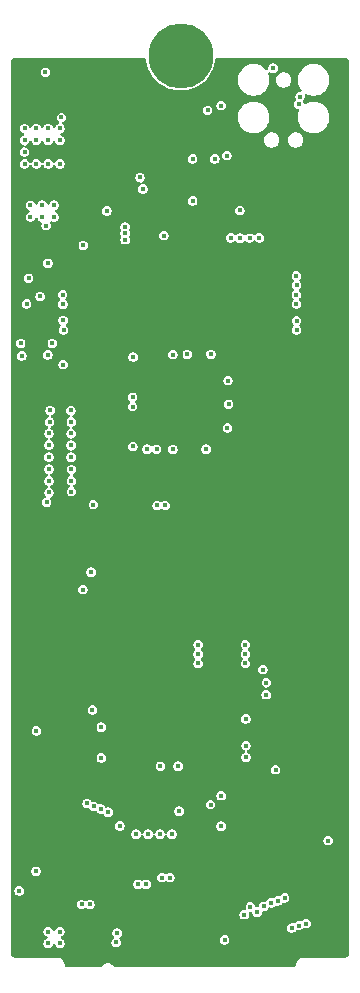
<source format=gbr>
%TF.GenerationSoftware,KiCad,Pcbnew,9.0.7*%
%TF.CreationDate,2026-02-08T22:25:42+01:00*%
%TF.ProjectId,BladeCore-M54,426c6164-6543-46f7-9265-2d4d35342e6b,rev?*%
%TF.SameCoordinates,Original*%
%TF.FileFunction,Copper,L5,Inr*%
%TF.FilePolarity,Positive*%
%FSLAX46Y46*%
G04 Gerber Fmt 4.6, Leading zero omitted, Abs format (unit mm)*
G04 Created by KiCad (PCBNEW 9.0.7) date 2026-02-08 22:25:42*
%MOMM*%
%LPD*%
G01*
G04 APERTURE LIST*
%TA.AperFunction,ComponentPad*%
%ADD10C,0.600000*%
%TD*%
%TA.AperFunction,ComponentPad*%
%ADD11C,5.500000*%
%TD*%
%TA.AperFunction,HeatsinkPad*%
%ADD12C,0.425000*%
%TD*%
%TA.AperFunction,ViaPad*%
%ADD13C,0.400000*%
%TD*%
G04 APERTURE END LIST*
D10*
%TO.N,GND*%
%TO.C,IC7*%
X6640000Y68770000D03*
X8360000Y68770000D03*
X7500000Y69250000D03*
X6640000Y69730000D03*
X8360000Y69730000D03*
%TD*%
D11*
%TO.N,N/C*%
%TO.C,J1*%
X15471447Y80915000D03*
%TD*%
D12*
%TO.N,GND*%
%TO.C,IC1*%
X16279212Y50745788D03*
X16279212Y51595788D03*
X16279212Y52445788D03*
X15429212Y50745788D03*
X15429212Y51595788D03*
X15429212Y52445788D03*
X14579212Y50745788D03*
X14579212Y51595788D03*
X14579212Y52445788D03*
%TD*%
D13*
%TO.N,GND*%
X10000000Y19750000D03*
X5500000Y18250000D03*
X5750000Y14250000D03*
X5950000Y12525000D03*
X28750000Y7250000D03*
X26750000Y7250000D03*
X26750000Y7250000D03*
X28750000Y5250000D03*
X26750000Y5250000D03*
X17750000Y14250000D03*
X15750000Y12250000D03*
X21750000Y19250000D03*
X18750000Y19250000D03*
X16750000Y23250000D03*
X14750000Y23250000D03*
X12750000Y23250000D03*
X16750000Y25250000D03*
X14750000Y25250000D03*
X12750000Y25250000D03*
X13100000Y30900000D03*
X15200000Y33850000D03*
X14600000Y41700000D03*
X12250000Y43150000D03*
X11800000Y40550000D03*
X12950000Y37850000D03*
X4500000Y52300000D03*
X4450000Y54350000D03*
X4400000Y57550000D03*
X18200000Y78500000D03*
X9600000Y78700000D03*
X6300000Y79850000D03*
X28000000Y72300000D03*
X27100000Y66550000D03*
X22500000Y70500000D03*
X22500000Y67600000D03*
X16950000Y67600000D03*
X15450000Y67600000D03*
X7500000Y63050000D03*
X10450000Y62150000D03*
X9900000Y58250000D03*
%TO.N,Net-(IC1B-GPIO44{slash}ADC4)*%
X6194212Y46920788D03*
%TO.N,Net-(IC1B-GPIO45{slash}ADC5)*%
X6224600Y45882388D03*
%TO.N,Net-(IC1B-GPIO46{slash}ADC6)*%
X6212000Y44920788D03*
%TO.N,Net-(IC1B-GPIO47{slash}ADC7)*%
X6212000Y43995788D03*
%TO.N,Net-(IC1B-GPIO43{slash}ADC3)*%
X6194212Y47920788D03*
%TO.N,Net-(IC1B-GPIO42{slash}ADC2)*%
X6194212Y48920788D03*
%TO.N,Net-(IC1B-GPIO41{slash}ADC1)*%
X6209212Y49895788D03*
%TO.N,Net-(IC1B-GPIO40{slash}ADC0)*%
X6179212Y50870788D03*
%TO.N,+3.3VP*%
X18900000Y18250000D03*
%TO.N,GND*%
X19508697Y35847756D03*
X18508697Y35847756D03*
X18500000Y34750000D03*
X19500000Y34750000D03*
X19508697Y33678588D03*
X18508697Y33678588D03*
X18500000Y32500000D03*
X19500000Y32500000D03*
X20500000Y32500000D03*
X20508697Y33678588D03*
X20500000Y34750000D03*
X20508697Y35847756D03*
X13350000Y72300000D03*
X13350000Y70400000D03*
X21350000Y58750000D03*
X17900000Y42450000D03*
X23950000Y31500000D03*
X19600000Y28300000D03*
X18350000Y28300000D03*
X8850000Y28350000D03*
X7450000Y28950000D03*
X10600000Y28350000D03*
%TO.N,QSPI_SS*%
X23500000Y20450000D03*
X27950000Y14450000D03*
%TO.N,GND*%
X27950000Y8250000D03*
X27950000Y10650000D03*
X6750000Y78650000D03*
X8250000Y64875000D03*
X22750000Y23750000D03*
X19160000Y4790000D03*
X18125000Y67800000D03*
X9450000Y7350000D03*
X14861979Y10763021D03*
X11582300Y11325305D03*
X27025000Y70750000D03*
X18000000Y16500000D03*
X16100000Y31225000D03*
X14925000Y4675000D03*
X12750000Y20750000D03*
X17625000Y75425000D03*
X13075000Y55400000D03*
X9150000Y20650000D03*
X27000000Y69450000D03*
X13225000Y64350000D03*
X4050000Y10250000D03*
X7675000Y21250000D03*
X4800000Y64850000D03*
X24475000Y68825000D03*
X22170000Y4790000D03*
X2550000Y5375000D03*
X18075000Y66575000D03*
X10884212Y45170788D03*
X15230000Y70420000D03*
X12850000Y11325000D03*
X16925000Y4800000D03*
X27025000Y70125000D03*
X4884800Y43075000D03*
X22175000Y36850000D03*
X1850000Y6150000D03*
X22730000Y24750000D03*
X7750000Y24000000D03*
X16925000Y61175000D03*
X8850000Y5775000D03*
X8750000Y38150000D03*
X6012500Y73937500D03*
X18375000Y48675000D03*
X17500000Y23750000D03*
X17250000Y16000000D03*
X2800000Y75600000D03*
X12400000Y52725000D03*
X18775000Y68425000D03*
X13575000Y10775000D03*
X4050000Y9200000D03*
X9675000Y39075000D03*
X24150000Y73025000D03*
X11750000Y20850000D03*
X22750000Y25750000D03*
X8850000Y35000000D03*
X16550000Y15070000D03*
X12401527Y50476527D03*
X24475000Y70125000D03*
X1825000Y7150000D03*
X18700000Y69475000D03*
X9250000Y72700000D03*
X24475000Y69475000D03*
X25650000Y68100000D03*
X11425000Y49400000D03*
X24475000Y70750000D03*
X17500000Y22250000D03*
X16050000Y54050000D03*
X17300000Y54625000D03*
X8600000Y6425000D03*
X6325000Y5675000D03*
X6650000Y77275000D03*
X24675000Y4800000D03*
X12300000Y48375000D03*
X10175000Y5075000D03*
X7125000Y23250000D03*
X17850000Y51425000D03*
X8975000Y65550000D03*
X9425000Y74025000D03*
X9846800Y15202936D03*
X9900000Y31200000D03*
X22730000Y22500000D03*
X22730000Y21500000D03*
X13526527Y49351527D03*
X16800000Y70410000D03*
X14850000Y49328200D03*
X10400000Y75400000D03*
X14825000Y54050000D03*
X27000000Y68825000D03*
X16250000Y20750000D03*
X17850000Y53400000D03*
X15940000Y14450000D03*
X12300000Y36350000D03*
X5825000Y64850000D03*
X17500000Y21250000D03*
X18350000Y74925000D03*
X15175000Y30725000D03*
X21075000Y69475000D03*
X7150000Y22275000D03*
X17312573Y49340627D03*
X9225000Y71150000D03*
X4100000Y65600000D03*
X18775000Y67150000D03*
X9925000Y71975000D03*
X14725000Y65175000D03*
%TO.N,+5V*%
X4750000Y68250000D03*
X9225000Y67775000D03*
X3750000Y68250000D03*
X3750000Y67250000D03*
X4075000Y66525000D03*
X4750000Y67250000D03*
X2750000Y68250000D03*
X2750000Y67250000D03*
X3250000Y23750000D03*
%TO.N,+3.3V*%
X8750000Y21450000D03*
X4250000Y74750000D03*
X3250000Y73750000D03*
X8750000Y24050000D03*
X16490000Y68620000D03*
X11429212Y47820788D03*
X2250000Y74750000D03*
X16950000Y31050000D03*
X19479212Y53395788D03*
X11454212Y55395788D03*
X19375000Y72450000D03*
X4250000Y73750000D03*
X3250000Y74750000D03*
X18029212Y55620788D03*
X4250000Y71750000D03*
X4125000Y43100000D03*
X8000000Y25525000D03*
X16480000Y72170000D03*
X23300000Y79850000D03*
X8075000Y42900000D03*
X11404212Y51995788D03*
X19429212Y49395788D03*
X12629212Y47595788D03*
X4230331Y63330331D03*
X2250000Y72750000D03*
X5247224Y73735855D03*
X16950000Y30250000D03*
X14804212Y47570788D03*
X3250000Y71750000D03*
X20475000Y67800000D03*
X2600000Y62075000D03*
X5250000Y71750000D03*
X17629212Y47595788D03*
X2250000Y71750000D03*
X22425000Y28925000D03*
X5375000Y75675000D03*
X7225000Y64850000D03*
X16950000Y29450000D03*
X16029212Y55620788D03*
X2250000Y73750000D03*
X5250000Y74750000D03*
%TO.N,/Block Diagram/Microcontroller Peripherals/VREF_IN*%
X7900000Y37175000D03*
X18360000Y72175000D03*
%TO.N,+1V1*%
X13429212Y47595788D03*
X14804212Y55595788D03*
X19529212Y51395788D03*
X11404212Y51195788D03*
%TO.N,/Block Diagram/Ethernet Interface/RDN_R_N*%
X13720000Y15000000D03*
%TO.N,/Block Diagram/Ethernet Interface/RDN_R_P*%
X14720000Y15000000D03*
%TO.N,+3.3VP*%
X21000000Y21500000D03*
X20980000Y24750000D03*
X15250000Y20750000D03*
X20950000Y30250000D03*
X21000000Y22500000D03*
X13750000Y20750000D03*
X20950000Y31050000D03*
X20950000Y29450000D03*
X18000000Y17500000D03*
%TO.N,VBUS*%
X5250000Y5750000D03*
X4025000Y79500000D03*
X4250000Y5750000D03*
X3225000Y11850000D03*
X4250000Y6750000D03*
X5250000Y6750000D03*
%TO.N,/Block Diagram/Microcontroller/ADC_VUSB*%
X1800000Y10200000D03*
X4325000Y44900000D03*
%TO.N,/Block Diagram/Microcontroller Peripherals/I2C0_SCL*%
X5550000Y57700000D03*
X12275000Y69625000D03*
%TO.N,/Block Diagram/Microcontroller Peripherals/I2C0_SDA*%
X5525000Y58500000D03*
X12025000Y70600000D03*
%TO.N,HEARTBEAT*%
X14050000Y65675000D03*
X5525000Y54750000D03*
%TO.N,/Block Diagram/Microcontroller Peripherals/SWCLK*%
X17750000Y76275000D03*
X25458349Y76808253D03*
%TO.N,/Block Diagram/Microcontroller Peripherals/SWDIO*%
X18900000Y76675000D03*
X25575000Y77425000D03*
%TO.N,/Block Diagram/Ethernet Interface/ETH_INT*%
X2025000Y55500000D03*
X4225000Y55575000D03*
%TO.N,/Block Diagram/Ethernet Interface/ETH_RST*%
X1925000Y56550000D03*
X4600000Y56550000D03*
%TO.N,/Block Diagram/Microcontroller/ADC1*%
X4375000Y49900000D03*
X8700000Y17125000D03*
%TO.N,/Block Diagram/Microcontroller/ADC2*%
X4325000Y48925000D03*
X8100000Y17350000D03*
%TO.N,/Block Diagram/Microcontroller/ADC3*%
X7550000Y17600000D03*
X4325000Y47950000D03*
%TO.N,/Block Diagram/Microcontroller/ADC4*%
X4300000Y46925000D03*
X10100000Y6625000D03*
%TO.N,/Block Diagram/Microcontroller/ADC5*%
X10000000Y5825000D03*
X4325000Y45900000D03*
%TO.N,/Block Diagram/Microcontroller Peripherals/ADC_VREF*%
X4325000Y43925000D03*
X7180000Y35700000D03*
%TO.N,/Block Diagram/Microcontroller/GPIO18*%
X20850000Y8175000D03*
X25290000Y57700000D03*
%TO.N,/Block Diagram/Microcontroller/GPIO19*%
X25280000Y58480000D03*
X21375000Y8850000D03*
%TO.N,/Block Diagram/Microcontroller/GPIO22*%
X23125000Y9175000D03*
X25280000Y61480000D03*
%TO.N,/Block Diagram/Microcontroller/GPIO23*%
X23700000Y9350000D03*
X25270000Y62270000D03*
%TO.N,/Block Diagram/Microcontroller/GPIO20*%
X21950000Y8397545D03*
X25270000Y59880000D03*
%TO.N,/Block Diagram/Microcontroller/GPIO21*%
X22500000Y8900000D03*
X25260000Y60670000D03*
%TO.N,/Block Diagram/Microcontroller/GPIO27*%
X26110000Y7425000D03*
X19720000Y65480000D03*
%TO.N,/Block Diagram/Microcontroller/GPIO25*%
X21304212Y65470788D03*
X24870000Y7050000D03*
%TO.N,/Block Diagram/Microcontroller/GPIO24*%
X22130000Y65480000D03*
X24275000Y9600000D03*
%TO.N,/Block Diagram/Microcontroller/GPIO26*%
X25460000Y7250000D03*
X20510000Y65460000D03*
%TO.N,/Block Diagram/Microcontroller/ADC0*%
X4425000Y50875000D03*
X9325000Y16850000D03*
%TO.N,/Block Diagram/Ethernet Interface/TDN_R_P*%
X12710000Y15000000D03*
%TO.N,/Block Diagram/Ethernet Interface/TDN_R_N*%
X11700000Y15000000D03*
%TO.N,USB_RP_D+*%
X7775000Y9050000D03*
X14175000Y42825000D03*
%TO.N,USB_RP_D-*%
X13475000Y42825000D03*
X7075000Y9050000D03*
%TO.N,/Block Diagram/Ethernet Interface/SPI1_MOSI*%
X2425000Y59900000D03*
X5500000Y59875000D03*
%TO.N,/Block Diagram/Ethernet Interface/SPI1_SCLK*%
X3575000Y60525000D03*
X5475000Y60675000D03*
%TO.N,/Block Diagram/TD_P*%
X12555000Y10750000D03*
%TO.N,/Block Diagram/RCT*%
X10325000Y15700000D03*
X15350000Y16950000D03*
%TO.N,/Block Diagram/TD_N*%
X11855000Y10750000D03*
%TO.N,/Block Diagram/RD_P*%
X14565000Y11325000D03*
%TO.N,/Block Diagram/RD_N*%
X13865000Y11325000D03*
%TO.N,/Block Diagram/TCT*%
X18900000Y15675000D03*
X19196800Y6050000D03*
%TO.N,/Block Diagram/LINK_LED*%
X22700000Y26800000D03*
%TO.N,/Block Diagram/ACT_LED*%
X22725000Y27825000D03*
%TO.N,Net-(JP1-C)*%
X10775000Y65875000D03*
X10775000Y66400000D03*
X10775000Y65325000D03*
%TD*%
%TA.AperFunction,Conductor*%
%TO.N,GND*%
G36*
X12414413Y80698946D02*
G01*
X12416319Y80699442D01*
X12447806Y80689141D01*
X12479564Y80679815D01*
X12480852Y80678329D01*
X12482724Y80677716D01*
X12503644Y80652026D01*
X12525319Y80627011D01*
X12525992Y80624581D01*
X12526842Y80623537D01*
X12535745Y80589384D01*
X12554890Y80419470D01*
X12554892Y80419454D01*
X12628712Y80096024D01*
X12628716Y80096012D01*
X12738285Y79782884D01*
X12882224Y79483991D01*
X12917845Y79427301D01*
X13058729Y79203085D01*
X13265574Y78943711D01*
X13500158Y78709127D01*
X13759532Y78502282D01*
X14040435Y78325779D01*
X14339334Y78181837D01*
X14574508Y78099546D01*
X14652458Y78072270D01*
X14652470Y78072266D01*
X14975904Y77998445D01*
X15305567Y77961301D01*
X15305568Y77961300D01*
X15305571Y77961300D01*
X15637326Y77961300D01*
X15637326Y77961301D01*
X15966990Y77998445D01*
X16290424Y78072266D01*
X16603560Y78181837D01*
X16902459Y78325779D01*
X17183362Y78502282D01*
X17442736Y78709127D01*
X17677320Y78943711D01*
X17690549Y78960299D01*
X20312050Y78960299D01*
X20312050Y78749702D01*
X20344995Y78541695D01*
X20344995Y78541692D01*
X20410071Y78341409D01*
X20505683Y78153761D01*
X20629469Y77983384D01*
X20778384Y77834469D01*
X20948761Y77710683D01*
X21064712Y77651603D01*
X21136408Y77615072D01*
X21336692Y77549996D01*
X21336693Y77549996D01*
X21336696Y77549995D01*
X21544701Y77517050D01*
X21544702Y77517050D01*
X21755298Y77517050D01*
X21755299Y77517050D01*
X21963304Y77549995D01*
X21963307Y77549996D01*
X21963308Y77549996D01*
X22163591Y77615072D01*
X22163591Y77615073D01*
X22163594Y77615073D01*
X22351239Y77710683D01*
X22521616Y77834469D01*
X22670531Y77983384D01*
X22794317Y78153761D01*
X22889927Y78341406D01*
X22955005Y78541696D01*
X22987950Y78749701D01*
X22987950Y78918611D01*
X23544200Y78918611D01*
X23544200Y78791390D01*
X23569015Y78666635D01*
X23569018Y78666625D01*
X23617697Y78549102D01*
X23617702Y78549093D01*
X23688373Y78443327D01*
X23688376Y78443323D01*
X23778322Y78353377D01*
X23778326Y78353374D01*
X23884092Y78282703D01*
X23884098Y78282700D01*
X23884099Y78282699D01*
X24001627Y78234017D01*
X24126389Y78209201D01*
X24126393Y78209200D01*
X24126394Y78209200D01*
X24253607Y78209200D01*
X24253608Y78209201D01*
X24378373Y78234017D01*
X24495901Y78282699D01*
X24601674Y78353374D01*
X24691626Y78443326D01*
X24762301Y78549099D01*
X24810983Y78666627D01*
X24835800Y78791394D01*
X24835800Y78918606D01*
X24810983Y79043373D01*
X24762301Y79160901D01*
X24762300Y79160902D01*
X24762297Y79160908D01*
X24691626Y79266674D01*
X24691623Y79266678D01*
X24601677Y79356624D01*
X24601673Y79356627D01*
X24495907Y79427298D01*
X24495898Y79427303D01*
X24400081Y79466992D01*
X24378373Y79475983D01*
X24378369Y79475984D01*
X24378365Y79475985D01*
X24253610Y79500800D01*
X24253606Y79500800D01*
X24126394Y79500800D01*
X24126389Y79500800D01*
X24001634Y79475985D01*
X24001624Y79475982D01*
X23884101Y79427303D01*
X23884092Y79427298D01*
X23778326Y79356627D01*
X23778322Y79356624D01*
X23688376Y79266678D01*
X23688373Y79266674D01*
X23617702Y79160908D01*
X23617697Y79160899D01*
X23569018Y79043376D01*
X23569015Y79043366D01*
X23544200Y78918611D01*
X22987950Y78918611D01*
X22987950Y78960299D01*
X22955005Y79168304D01*
X22955004Y79168308D01*
X22955004Y79168309D01*
X22888959Y79371573D01*
X22886964Y79441414D01*
X22923044Y79501247D01*
X22985745Y79532075D01*
X23055159Y79524110D01*
X23068889Y79517279D01*
X23144177Y79473811D01*
X23246852Y79446300D01*
X23246854Y79446300D01*
X23353146Y79446300D01*
X23353148Y79446300D01*
X23455823Y79473811D01*
X23547878Y79526959D01*
X23623041Y79602122D01*
X23676189Y79694177D01*
X23703700Y79796852D01*
X23703700Y79903148D01*
X23676189Y80005823D01*
X23623041Y80097878D01*
X23547878Y80173041D01*
X23455823Y80226189D01*
X23353148Y80253700D01*
X23246852Y80253700D01*
X23144177Y80226189D01*
X23144175Y80226188D01*
X23144174Y80226188D01*
X23052125Y80173043D01*
X23052119Y80173039D01*
X22976961Y80097881D01*
X22976957Y80097875D01*
X22923812Y80005826D01*
X22923812Y80005825D01*
X22896300Y79903148D01*
X22896300Y79797504D01*
X22876615Y79730465D01*
X22823811Y79684710D01*
X22754653Y79674766D01*
X22691097Y79703791D01*
X22671985Y79724615D01*
X22670531Y79726616D01*
X22521616Y79875531D01*
X22351239Y79999317D01*
X22338464Y80005826D01*
X22163591Y80094929D01*
X21963307Y80160005D01*
X21807300Y80184714D01*
X21755299Y80192950D01*
X21544701Y80192950D01*
X21475366Y80181969D01*
X21336694Y80160005D01*
X21336691Y80160005D01*
X21136408Y80094929D01*
X20948760Y79999317D01*
X20778381Y79875529D01*
X20629471Y79726619D01*
X20505683Y79556240D01*
X20410071Y79368592D01*
X20344995Y79168309D01*
X20344995Y79168306D01*
X20312050Y78960299D01*
X17690549Y78960299D01*
X17884165Y79203085D01*
X18060668Y79483988D01*
X18204610Y79782887D01*
X18314181Y80096023D01*
X18388002Y80419457D01*
X18403674Y80558543D01*
X18407149Y80589384D01*
X18434216Y80653798D01*
X18491811Y80693353D01*
X18530369Y80699500D01*
X29410118Y80699500D01*
X29440243Y80699500D01*
X29459640Y80697973D01*
X29475080Y80695528D01*
X29523154Y80687914D01*
X29560046Y80675927D01*
X29608544Y80651217D01*
X29639929Y80628414D01*
X29678413Y80589930D01*
X29701217Y80558543D01*
X29725925Y80510050D01*
X29737913Y80473155D01*
X29747973Y80409642D01*
X29749500Y80390243D01*
X29749500Y4859758D01*
X29747973Y4840361D01*
X29747973Y4840359D01*
X29737913Y4776846D01*
X29725925Y4739951D01*
X29701217Y4691458D01*
X29678413Y4660071D01*
X29639929Y4621587D01*
X29608542Y4598783D01*
X29560049Y4574075D01*
X29523154Y4562087D01*
X29485734Y4556160D01*
X29459639Y4552027D01*
X29440243Y4550500D01*
X25831005Y4550500D01*
X25695677Y4523582D01*
X25695667Y4523579D01*
X25568195Y4470779D01*
X25568182Y4470772D01*
X25453458Y4394115D01*
X25453454Y4394112D01*
X25355888Y4296546D01*
X25355885Y4296542D01*
X25279228Y4181818D01*
X25279221Y4181805D01*
X25226421Y4054333D01*
X25226418Y4054323D01*
X25199500Y3918996D01*
X25199500Y3874000D01*
X25179815Y3806961D01*
X25127011Y3761206D01*
X25075500Y3750000D01*
X9983441Y3750000D01*
X9916402Y3769685D01*
X9895760Y3786319D01*
X9810292Y3871787D01*
X9810288Y3871790D01*
X9679185Y3959391D01*
X9679172Y3959398D01*
X9533501Y4019736D01*
X9533489Y4019739D01*
X9378845Y4050500D01*
X9378842Y4050500D01*
X9339882Y4050500D01*
X9300000Y4050500D01*
X9221158Y4050500D01*
X9221155Y4050500D01*
X9066510Y4019739D01*
X9066498Y4019736D01*
X8920827Y3959398D01*
X8920814Y3959391D01*
X8789711Y3871790D01*
X8789707Y3871787D01*
X8704240Y3786319D01*
X8642917Y3752834D01*
X8616559Y3750000D01*
X5774500Y3750000D01*
X5707461Y3769685D01*
X5661706Y3822489D01*
X5650500Y3874000D01*
X5650500Y3918996D01*
X5623581Y4054323D01*
X5623580Y4054324D01*
X5623580Y4054328D01*
X5584159Y4149500D01*
X5570778Y4181805D01*
X5570771Y4181818D01*
X5494114Y4296542D01*
X5494111Y4296546D01*
X5396545Y4394112D01*
X5396541Y4394115D01*
X5281817Y4470772D01*
X5281804Y4470779D01*
X5154332Y4523579D01*
X5154322Y4523582D01*
X5018995Y4550500D01*
X5018993Y4550500D01*
X4989882Y4550500D01*
X1409757Y4550500D01*
X1390360Y4552027D01*
X1349549Y4558491D01*
X1326845Y4562087D01*
X1289950Y4574075D01*
X1241457Y4598783D01*
X1210070Y4621587D01*
X1171586Y4660071D01*
X1148782Y4691458D01*
X1124073Y4739954D01*
X1112086Y4776848D01*
X1111427Y4781007D01*
X1102027Y4840361D01*
X1100500Y4859758D01*
X1100500Y6803148D01*
X3846300Y6803148D01*
X3846300Y6696852D01*
X3873811Y6594177D01*
X3926959Y6502122D01*
X4002122Y6426959D01*
X4094177Y6373811D01*
X4109243Y6369775D01*
X4168903Y6333410D01*
X4199432Y6270563D01*
X4191137Y6201188D01*
X4146652Y6147310D01*
X4109244Y6130227D01*
X4094177Y6126189D01*
X4094175Y6126188D01*
X4094174Y6126188D01*
X4002125Y6073043D01*
X4002119Y6073039D01*
X3926961Y5997881D01*
X3926957Y5997875D01*
X3873812Y5905826D01*
X3873812Y5905825D01*
X3873811Y5905823D01*
X3846300Y5803148D01*
X3846300Y5696852D01*
X3873811Y5594177D01*
X3926959Y5502122D01*
X4002122Y5426959D01*
X4094177Y5373811D01*
X4196852Y5346300D01*
X4196854Y5346300D01*
X4303146Y5346300D01*
X4303148Y5346300D01*
X4405823Y5373811D01*
X4497878Y5426959D01*
X4573041Y5502122D01*
X4626189Y5594177D01*
X4630225Y5609244D01*
X4666589Y5668903D01*
X4729435Y5699433D01*
X4798811Y5691139D01*
X4852690Y5646654D01*
X4869773Y5609245D01*
X4873811Y5594177D01*
X4926959Y5502122D01*
X5002122Y5426959D01*
X5094177Y5373811D01*
X5196852Y5346300D01*
X5196854Y5346300D01*
X5303146Y5346300D01*
X5303148Y5346300D01*
X5405823Y5373811D01*
X5497878Y5426959D01*
X5573041Y5502122D01*
X5626189Y5594177D01*
X5653700Y5696852D01*
X5653700Y5803148D01*
X5633604Y5878148D01*
X9596300Y5878148D01*
X9596300Y5771852D01*
X9623811Y5669177D01*
X9676959Y5577122D01*
X9752122Y5501959D01*
X9844177Y5448811D01*
X9946852Y5421300D01*
X9946854Y5421300D01*
X10053146Y5421300D01*
X10053148Y5421300D01*
X10155823Y5448811D01*
X10247878Y5501959D01*
X10323041Y5577122D01*
X10376189Y5669177D01*
X10403700Y5771852D01*
X10403700Y5878148D01*
X10376189Y5980823D01*
X10323041Y6072878D01*
X10295653Y6100266D01*
X10293417Y6103148D01*
X18793100Y6103148D01*
X18793100Y5996852D01*
X18820611Y5894177D01*
X18820612Y5894176D01*
X18820612Y5894175D01*
X18838327Y5863492D01*
X18873759Y5802122D01*
X18948922Y5726959D01*
X19040977Y5673811D01*
X19143652Y5646300D01*
X19143654Y5646300D01*
X19249946Y5646300D01*
X19249948Y5646300D01*
X19352623Y5673811D01*
X19444678Y5726959D01*
X19519841Y5802122D01*
X19572989Y5894177D01*
X19600500Y5996852D01*
X19600500Y6103148D01*
X19572989Y6205823D01*
X19519841Y6297878D01*
X19444678Y6373041D01*
X19352623Y6426189D01*
X19249948Y6453700D01*
X19143652Y6453700D01*
X19040977Y6426189D01*
X19040975Y6426188D01*
X19040974Y6426188D01*
X18948925Y6373043D01*
X18948919Y6373039D01*
X18873761Y6297881D01*
X18873757Y6297875D01*
X18820612Y6205826D01*
X18820612Y6205825D01*
X18820611Y6205823D01*
X18793100Y6103148D01*
X10293417Y6103148D01*
X10290877Y6106422D01*
X10280839Y6131979D01*
X10267683Y6156074D01*
X10268252Y6164032D01*
X10265336Y6171456D01*
X10270708Y6198379D01*
X10272667Y6225766D01*
X10277448Y6232153D01*
X10279009Y6239975D01*
X10298085Y6259721D01*
X10314539Y6281699D01*
X10326835Y6289811D01*
X10347878Y6301959D01*
X10423041Y6377122D01*
X10476189Y6469177D01*
X10503700Y6571852D01*
X10503700Y6678148D01*
X10476189Y6780823D01*
X10423041Y6872878D01*
X10347878Y6948041D01*
X10255823Y7001189D01*
X10153148Y7028700D01*
X10046852Y7028700D01*
X9944177Y7001189D01*
X9944175Y7001188D01*
X9944174Y7001188D01*
X9852125Y6948043D01*
X9852119Y6948039D01*
X9776961Y6872881D01*
X9776957Y6872875D01*
X9723812Y6780826D01*
X9723812Y6780825D01*
X9723811Y6780823D01*
X9696300Y6678148D01*
X9696300Y6571852D01*
X9723811Y6469177D01*
X9776959Y6377122D01*
X9776961Y6377120D01*
X9798831Y6355250D01*
X9832316Y6293927D01*
X9827332Y6224235D01*
X9785460Y6168302D01*
X9773151Y6160183D01*
X9752128Y6148046D01*
X9752119Y6148039D01*
X9676961Y6072881D01*
X9676957Y6072875D01*
X9623812Y5980826D01*
X9623812Y5980825D01*
X9623811Y5980823D01*
X9596300Y5878148D01*
X5633604Y5878148D01*
X5626189Y5905823D01*
X5573041Y5997878D01*
X5497878Y6073041D01*
X5405823Y6126189D01*
X5390756Y6130226D01*
X5331097Y6166589D01*
X5300567Y6229435D01*
X5308861Y6298811D01*
X5353346Y6352690D01*
X5390755Y6369774D01*
X5405823Y6373811D01*
X5497878Y6426959D01*
X5573041Y6502122D01*
X5626189Y6594177D01*
X5653700Y6696852D01*
X5653700Y6803148D01*
X5626189Y6905823D01*
X5573041Y6997878D01*
X5497878Y7073041D01*
X5445731Y7103148D01*
X24466300Y7103148D01*
X24466300Y6996852D01*
X24493811Y6894177D01*
X24546959Y6802122D01*
X24622122Y6726959D01*
X24714177Y6673811D01*
X24816852Y6646300D01*
X24816854Y6646300D01*
X24923146Y6646300D01*
X24923148Y6646300D01*
X25025823Y6673811D01*
X25117878Y6726959D01*
X25193041Y6802122D01*
X25196197Y6807590D01*
X25246758Y6855807D01*
X25315364Y6869035D01*
X25335666Y6865374D01*
X25406852Y6846300D01*
X25406855Y6846300D01*
X25513146Y6846300D01*
X25513148Y6846300D01*
X25615823Y6873811D01*
X25707878Y6926959D01*
X25783041Y7002122D01*
X25784042Y7003857D01*
X25785267Y7005025D01*
X25787989Y7008571D01*
X25788541Y7008147D01*
X25834608Y7052071D01*
X25903215Y7065295D01*
X25946474Y7051466D01*
X25946664Y7051923D01*
X25952143Y7049654D01*
X25953429Y7049243D01*
X25953919Y7048960D01*
X25954173Y7048813D01*
X25954177Y7048811D01*
X26056852Y7021300D01*
X26056854Y7021300D01*
X26163146Y7021300D01*
X26163148Y7021300D01*
X26265823Y7048811D01*
X26357878Y7101959D01*
X26433041Y7177122D01*
X26486189Y7269177D01*
X26513700Y7371852D01*
X26513700Y7478148D01*
X26486189Y7580823D01*
X26433041Y7672878D01*
X26357878Y7748041D01*
X26269942Y7798811D01*
X26265825Y7801188D01*
X26265824Y7801189D01*
X26265823Y7801189D01*
X26163148Y7828700D01*
X26056852Y7828700D01*
X25954177Y7801189D01*
X25954175Y7801188D01*
X25954174Y7801188D01*
X25862125Y7748043D01*
X25862119Y7748039D01*
X25786961Y7672881D01*
X25786952Y7672869D01*
X25785949Y7671131D01*
X25784720Y7669960D01*
X25782011Y7666429D01*
X25781459Y7666852D01*
X25735376Y7622922D01*
X25666767Y7609708D01*
X25623524Y7623534D01*
X25623336Y7623077D01*
X25617864Y7625343D01*
X25616573Y7625756D01*
X25615825Y7626188D01*
X25615824Y7626189D01*
X25615823Y7626189D01*
X25513148Y7653700D01*
X25406852Y7653700D01*
X25304177Y7626189D01*
X25304175Y7626188D01*
X25304174Y7626188D01*
X25212125Y7573043D01*
X25212119Y7573039D01*
X25136961Y7497881D01*
X25136954Y7497872D01*
X25133796Y7492401D01*
X25083227Y7444188D01*
X25014619Y7430968D01*
X24994321Y7434631D01*
X24923152Y7453700D01*
X24923148Y7453700D01*
X24816852Y7453700D01*
X24714177Y7426189D01*
X24714175Y7426188D01*
X24714174Y7426188D01*
X24622125Y7373043D01*
X24622119Y7373039D01*
X24546961Y7297881D01*
X24546957Y7297875D01*
X24493812Y7205826D01*
X24493812Y7205825D01*
X24493811Y7205823D01*
X24466300Y7103148D01*
X5445731Y7103148D01*
X5436508Y7108473D01*
X5405825Y7126188D01*
X5405824Y7126189D01*
X5405823Y7126189D01*
X5303148Y7153700D01*
X5196852Y7153700D01*
X5094177Y7126189D01*
X5094175Y7126188D01*
X5094174Y7126188D01*
X5002125Y7073043D01*
X5002119Y7073039D01*
X4926961Y6997881D01*
X4926957Y6997875D01*
X4873812Y6905826D01*
X4873812Y6905825D01*
X4873811Y6905823D01*
X4869774Y6890757D01*
X4833410Y6831097D01*
X4770563Y6800568D01*
X4701188Y6808863D01*
X4647310Y6853348D01*
X4630226Y6890756D01*
X4626189Y6905823D01*
X4573041Y6997878D01*
X4497878Y7073041D01*
X4436508Y7108473D01*
X4405825Y7126188D01*
X4405824Y7126189D01*
X4405823Y7126189D01*
X4303148Y7153700D01*
X4196852Y7153700D01*
X4094177Y7126189D01*
X4094175Y7126188D01*
X4094174Y7126188D01*
X4002125Y7073043D01*
X4002119Y7073039D01*
X3926961Y6997881D01*
X3926957Y6997875D01*
X3873812Y6905826D01*
X3873812Y6905825D01*
X3873811Y6905823D01*
X3846300Y6803148D01*
X1100500Y6803148D01*
X1100500Y8228148D01*
X20446300Y8228148D01*
X20446300Y8121852D01*
X20473811Y8019177D01*
X20526959Y7927122D01*
X20602122Y7851959D01*
X20694177Y7798811D01*
X20796852Y7771300D01*
X20796854Y7771300D01*
X20903146Y7771300D01*
X20903148Y7771300D01*
X21005823Y7798811D01*
X21097878Y7851959D01*
X21173041Y7927122D01*
X21226189Y8019177D01*
X21253700Y8121852D01*
X21253700Y8228148D01*
X21237071Y8290210D01*
X21237666Y8315202D01*
X21234108Y8339947D01*
X21238483Y8349528D01*
X21238734Y8360056D01*
X21252746Y8380761D01*
X21263133Y8403503D01*
X21271992Y8409197D01*
X21277896Y8417919D01*
X21300879Y8427761D01*
X21321911Y8441277D01*
X21337766Y8443557D01*
X21342125Y8445423D01*
X21356846Y8446300D01*
X21424139Y8446300D01*
X21491178Y8426615D01*
X21536933Y8373811D01*
X21543205Y8351982D01*
X21544197Y8352247D01*
X21546300Y8344399D01*
X21546300Y8344397D01*
X21573811Y8241722D01*
X21626959Y8149667D01*
X21702122Y8074504D01*
X21794177Y8021356D01*
X21896852Y7993845D01*
X21896854Y7993845D01*
X22003146Y7993845D01*
X22003148Y7993845D01*
X22105823Y8021356D01*
X22197878Y8074504D01*
X22273041Y8149667D01*
X22326189Y8241722D01*
X22353700Y8344397D01*
X22353700Y8372300D01*
X22373385Y8439339D01*
X22426189Y8485094D01*
X22477700Y8496300D01*
X22553146Y8496300D01*
X22553148Y8496300D01*
X22655823Y8523811D01*
X22747878Y8576959D01*
X22823041Y8652122D01*
X22868390Y8730670D01*
X22918957Y8778885D01*
X22987564Y8792108D01*
X23007864Y8788446D01*
X23071852Y8771300D01*
X23071854Y8771300D01*
X23178146Y8771300D01*
X23178148Y8771300D01*
X23280823Y8798811D01*
X23372878Y8851959D01*
X23448041Y8927122D01*
X23448041Y8927123D01*
X23453788Y8932869D01*
X23456124Y8930533D01*
X23500071Y8962661D01*
X23569815Y8966858D01*
X23574150Y8965780D01*
X23646852Y8946300D01*
X23646854Y8946300D01*
X23753146Y8946300D01*
X23753148Y8946300D01*
X23855823Y8973811D01*
X23947878Y9026959D01*
X24023041Y9102122D01*
X24049192Y9147417D01*
X24099757Y9195631D01*
X24168364Y9208855D01*
X24188666Y9205192D01*
X24221852Y9196300D01*
X24221854Y9196300D01*
X24328146Y9196300D01*
X24328148Y9196300D01*
X24430823Y9223811D01*
X24522878Y9276959D01*
X24598041Y9352122D01*
X24651189Y9444177D01*
X24678700Y9546852D01*
X24678700Y9653148D01*
X24651189Y9755823D01*
X24598041Y9847878D01*
X24522878Y9923041D01*
X24430823Y9976189D01*
X24328148Y10003700D01*
X24221852Y10003700D01*
X24119177Y9976189D01*
X24119175Y9976188D01*
X24119174Y9976188D01*
X24027125Y9923043D01*
X24027119Y9923039D01*
X23951961Y9847881D01*
X23951957Y9847875D01*
X23925807Y9802583D01*
X23875239Y9754369D01*
X23806632Y9741147D01*
X23786330Y9744810D01*
X23753152Y9753700D01*
X23753148Y9753700D01*
X23646852Y9753700D01*
X23544177Y9726189D01*
X23544175Y9726188D01*
X23544174Y9726188D01*
X23452125Y9673043D01*
X23452119Y9673039D01*
X23371212Y9592131D01*
X23368893Y9594450D01*
X23324767Y9562282D01*
X23255018Y9558182D01*
X23250818Y9559229D01*
X23178149Y9578700D01*
X23178148Y9578700D01*
X23071852Y9578700D01*
X22969177Y9551189D01*
X22969175Y9551188D01*
X22969174Y9551188D01*
X22877125Y9498043D01*
X22877119Y9498039D01*
X22801961Y9422881D01*
X22801954Y9422872D01*
X22756608Y9344331D01*
X22706041Y9296116D01*
X22637433Y9282894D01*
X22617130Y9286557D01*
X22553149Y9303700D01*
X22553148Y9303700D01*
X22446852Y9303700D01*
X22344177Y9276189D01*
X22344175Y9276188D01*
X22344174Y9276188D01*
X22252125Y9223043D01*
X22252119Y9223039D01*
X22176961Y9147881D01*
X22176957Y9147875D01*
X22123812Y9055826D01*
X22123812Y9055825D01*
X22123811Y9055823D01*
X22099683Y8965772D01*
X22096300Y8953148D01*
X22096300Y8925245D01*
X22093749Y8916560D01*
X22095038Y8907598D01*
X22084059Y8883558D01*
X22076615Y8858206D01*
X22069774Y8852279D01*
X22066013Y8844042D01*
X22043778Y8829753D01*
X22023811Y8812451D01*
X22013296Y8810164D01*
X22007235Y8806268D01*
X21972300Y8801245D01*
X21900861Y8801245D01*
X21833822Y8820930D01*
X21788067Y8873734D01*
X21781794Y8895564D01*
X21780803Y8895298D01*
X21778700Y8903148D01*
X21751189Y9005823D01*
X21698041Y9097878D01*
X21622878Y9173041D01*
X21536279Y9223039D01*
X21530825Y9226188D01*
X21530824Y9226189D01*
X21530823Y9226189D01*
X21428148Y9253700D01*
X21321852Y9253700D01*
X21219177Y9226189D01*
X21219175Y9226188D01*
X21219174Y9226188D01*
X21127125Y9173043D01*
X21127119Y9173039D01*
X21051961Y9097881D01*
X21051957Y9097875D01*
X20998812Y9005826D01*
X20998812Y9005825D01*
X20998811Y9005823D01*
X20971300Y8903148D01*
X20971300Y8796852D01*
X20987928Y8734791D01*
X20986266Y8664944D01*
X20947104Y8607081D01*
X20882875Y8579577D01*
X20868154Y8578700D01*
X20796852Y8578700D01*
X20694177Y8551189D01*
X20694175Y8551188D01*
X20694174Y8551188D01*
X20602125Y8498043D01*
X20602119Y8498039D01*
X20526961Y8422881D01*
X20526957Y8422875D01*
X20473812Y8330826D01*
X20473812Y8330825D01*
X20473811Y8330823D01*
X20446300Y8228148D01*
X1100500Y8228148D01*
X1100500Y9103148D01*
X6671300Y9103148D01*
X6671300Y8996852D01*
X6698811Y8894177D01*
X6751959Y8802122D01*
X6827122Y8726959D01*
X6919177Y8673811D01*
X7021852Y8646300D01*
X7021854Y8646300D01*
X7128146Y8646300D01*
X7128148Y8646300D01*
X7230823Y8673811D01*
X7322878Y8726959D01*
X7337319Y8741400D01*
X7398642Y8774885D01*
X7468334Y8769901D01*
X7512681Y8741400D01*
X7527122Y8726959D01*
X7619177Y8673811D01*
X7721852Y8646300D01*
X7721854Y8646300D01*
X7828146Y8646300D01*
X7828148Y8646300D01*
X7930823Y8673811D01*
X8022878Y8726959D01*
X8098041Y8802122D01*
X8151189Y8894177D01*
X8178700Y8996852D01*
X8178700Y9103148D01*
X8151189Y9205823D01*
X8098041Y9297878D01*
X8022878Y9373041D01*
X7930823Y9426189D01*
X7828148Y9453700D01*
X7721852Y9453700D01*
X7619177Y9426189D01*
X7619175Y9426188D01*
X7619174Y9426188D01*
X7527125Y9373043D01*
X7527119Y9373039D01*
X7512681Y9358600D01*
X7451358Y9325115D01*
X7381666Y9330099D01*
X7337319Y9358600D01*
X7322880Y9373039D01*
X7322878Y9373041D01*
X7230823Y9426189D01*
X7128148Y9453700D01*
X7021852Y9453700D01*
X6919177Y9426189D01*
X6919175Y9426188D01*
X6919174Y9426188D01*
X6827125Y9373043D01*
X6827119Y9373039D01*
X6751961Y9297881D01*
X6751957Y9297875D01*
X6698812Y9205826D01*
X6698812Y9205825D01*
X6698811Y9205823D01*
X6671300Y9103148D01*
X1100500Y9103148D01*
X1100500Y10253148D01*
X1396300Y10253148D01*
X1396300Y10146852D01*
X1423811Y10044177D01*
X1476959Y9952122D01*
X1552122Y9876959D01*
X1644177Y9823811D01*
X1746852Y9796300D01*
X1746854Y9796300D01*
X1853146Y9796300D01*
X1853148Y9796300D01*
X1955823Y9823811D01*
X2047878Y9876959D01*
X2123041Y9952122D01*
X2176189Y10044177D01*
X2203700Y10146852D01*
X2203700Y10253148D01*
X2176189Y10355823D01*
X2123041Y10447878D01*
X2047878Y10523041D01*
X1955823Y10576189D01*
X1853148Y10603700D01*
X1746852Y10603700D01*
X1644177Y10576189D01*
X1644175Y10576188D01*
X1644174Y10576188D01*
X1552125Y10523043D01*
X1552119Y10523039D01*
X1476961Y10447881D01*
X1476957Y10447875D01*
X1423812Y10355826D01*
X1423812Y10355825D01*
X1423811Y10355823D01*
X1396300Y10253148D01*
X1100500Y10253148D01*
X1100500Y10803148D01*
X11451300Y10803148D01*
X11451300Y10696852D01*
X11478811Y10594177D01*
X11531959Y10502122D01*
X11607122Y10426959D01*
X11699177Y10373811D01*
X11801852Y10346300D01*
X11801854Y10346300D01*
X11908146Y10346300D01*
X11908148Y10346300D01*
X12010823Y10373811D01*
X12102878Y10426959D01*
X12117319Y10441400D01*
X12178642Y10474885D01*
X12248334Y10469901D01*
X12292681Y10441400D01*
X12307122Y10426959D01*
X12399177Y10373811D01*
X12501852Y10346300D01*
X12501854Y10346300D01*
X12608146Y10346300D01*
X12608148Y10346300D01*
X12710823Y10373811D01*
X12802878Y10426959D01*
X12878041Y10502122D01*
X12931189Y10594177D01*
X12958700Y10696852D01*
X12958700Y10803148D01*
X12931189Y10905823D01*
X12878041Y10997878D01*
X12802878Y11073041D01*
X12741508Y11108473D01*
X12710825Y11126188D01*
X12710824Y11126189D01*
X12710823Y11126189D01*
X12608148Y11153700D01*
X12501852Y11153700D01*
X12399177Y11126189D01*
X12399175Y11126188D01*
X12399174Y11126188D01*
X12307125Y11073043D01*
X12307119Y11073039D01*
X12292681Y11058600D01*
X12231358Y11025115D01*
X12161666Y11030099D01*
X12117319Y11058600D01*
X12102880Y11073039D01*
X12102878Y11073041D01*
X12041508Y11108473D01*
X12010825Y11126188D01*
X12010824Y11126189D01*
X12010823Y11126189D01*
X11908148Y11153700D01*
X11801852Y11153700D01*
X11699177Y11126189D01*
X11699175Y11126188D01*
X11699174Y11126188D01*
X11607125Y11073043D01*
X11607119Y11073039D01*
X11531961Y10997881D01*
X11531957Y10997875D01*
X11478812Y10905826D01*
X11478812Y10905825D01*
X11478811Y10905823D01*
X11451300Y10803148D01*
X1100500Y10803148D01*
X1100500Y11378148D01*
X13461300Y11378148D01*
X13461300Y11271852D01*
X13488811Y11169177D01*
X13541959Y11077122D01*
X13617122Y11001959D01*
X13709177Y10948811D01*
X13811852Y10921300D01*
X13811854Y10921300D01*
X13918146Y10921300D01*
X13918148Y10921300D01*
X14020823Y10948811D01*
X14112878Y11001959D01*
X14127319Y11016400D01*
X14188642Y11049885D01*
X14258334Y11044901D01*
X14302681Y11016400D01*
X14317122Y11001959D01*
X14409177Y10948811D01*
X14511852Y10921300D01*
X14511854Y10921300D01*
X14618146Y10921300D01*
X14618148Y10921300D01*
X14720823Y10948811D01*
X14812878Y11001959D01*
X14888041Y11077122D01*
X14941189Y11169177D01*
X14968700Y11271852D01*
X14968700Y11378148D01*
X14941189Y11480823D01*
X14888041Y11572878D01*
X14812878Y11648041D01*
X14720823Y11701189D01*
X14618148Y11728700D01*
X14511852Y11728700D01*
X14409177Y11701189D01*
X14409175Y11701188D01*
X14409174Y11701188D01*
X14317125Y11648043D01*
X14317119Y11648039D01*
X14302681Y11633600D01*
X14241358Y11600115D01*
X14171666Y11605099D01*
X14127319Y11633600D01*
X14112880Y11648039D01*
X14112878Y11648041D01*
X14020823Y11701189D01*
X13918148Y11728700D01*
X13811852Y11728700D01*
X13709177Y11701189D01*
X13709175Y11701188D01*
X13709174Y11701188D01*
X13617125Y11648043D01*
X13617119Y11648039D01*
X13541961Y11572881D01*
X13541957Y11572875D01*
X13488812Y11480826D01*
X13488812Y11480825D01*
X13488811Y11480823D01*
X13461300Y11378148D01*
X1100500Y11378148D01*
X1100500Y11903148D01*
X2821300Y11903148D01*
X2821300Y11796852D01*
X2848811Y11694177D01*
X2901959Y11602122D01*
X2977122Y11526959D01*
X3069177Y11473811D01*
X3171852Y11446300D01*
X3171854Y11446300D01*
X3278146Y11446300D01*
X3278148Y11446300D01*
X3380823Y11473811D01*
X3472878Y11526959D01*
X3548041Y11602122D01*
X3601189Y11694177D01*
X3628700Y11796852D01*
X3628700Y11903148D01*
X3601189Y12005823D01*
X3548041Y12097878D01*
X3472878Y12173041D01*
X3380823Y12226189D01*
X3278148Y12253700D01*
X3171852Y12253700D01*
X3069177Y12226189D01*
X3069175Y12226188D01*
X3069174Y12226188D01*
X2977125Y12173043D01*
X2977119Y12173039D01*
X2901961Y12097881D01*
X2901957Y12097875D01*
X2848812Y12005826D01*
X2848812Y12005825D01*
X2848811Y12005823D01*
X2821300Y11903148D01*
X1100500Y11903148D01*
X1100500Y14503148D01*
X27546300Y14503148D01*
X27546300Y14396852D01*
X27573811Y14294177D01*
X27626959Y14202122D01*
X27702122Y14126959D01*
X27794177Y14073811D01*
X27896852Y14046300D01*
X27896854Y14046300D01*
X28003146Y14046300D01*
X28003148Y14046300D01*
X28105823Y14073811D01*
X28197878Y14126959D01*
X28273041Y14202122D01*
X28326189Y14294177D01*
X28353700Y14396852D01*
X28353700Y14503148D01*
X28326189Y14605823D01*
X28273041Y14697878D01*
X28197878Y14773041D01*
X28105823Y14826189D01*
X28003148Y14853700D01*
X27896852Y14853700D01*
X27794177Y14826189D01*
X27794175Y14826188D01*
X27794174Y14826188D01*
X27702125Y14773043D01*
X27702119Y14773039D01*
X27626961Y14697881D01*
X27626957Y14697875D01*
X27573812Y14605826D01*
X27573812Y14605825D01*
X27573811Y14605823D01*
X27546300Y14503148D01*
X1100500Y14503148D01*
X1100500Y15053148D01*
X11296300Y15053148D01*
X11296300Y14946852D01*
X11323811Y14844177D01*
X11376959Y14752122D01*
X11452122Y14676959D01*
X11544177Y14623811D01*
X11646852Y14596300D01*
X11646854Y14596300D01*
X11753146Y14596300D01*
X11753148Y14596300D01*
X11855823Y14623811D01*
X11947878Y14676959D01*
X12023041Y14752122D01*
X12076189Y14844177D01*
X12085226Y14877905D01*
X12121590Y14937563D01*
X12184436Y14968093D01*
X12253812Y14959799D01*
X12307690Y14915314D01*
X12324773Y14877907D01*
X12333811Y14844177D01*
X12386959Y14752122D01*
X12462122Y14676959D01*
X12554177Y14623811D01*
X12656852Y14596300D01*
X12656854Y14596300D01*
X12763146Y14596300D01*
X12763148Y14596300D01*
X12865823Y14623811D01*
X12957878Y14676959D01*
X13033041Y14752122D01*
X13086189Y14844177D01*
X13095226Y14877905D01*
X13131590Y14937563D01*
X13194436Y14968093D01*
X13263812Y14959799D01*
X13317690Y14915314D01*
X13334773Y14877907D01*
X13343811Y14844177D01*
X13396959Y14752122D01*
X13472122Y14676959D01*
X13564177Y14623811D01*
X13666852Y14596300D01*
X13666854Y14596300D01*
X13773146Y14596300D01*
X13773148Y14596300D01*
X13875823Y14623811D01*
X13967878Y14676959D01*
X14043041Y14752122D01*
X14096189Y14844177D01*
X14100225Y14859244D01*
X14136589Y14918903D01*
X14199435Y14949433D01*
X14268811Y14941139D01*
X14322690Y14896654D01*
X14339773Y14859245D01*
X14343811Y14844177D01*
X14396959Y14752122D01*
X14472122Y14676959D01*
X14564177Y14623811D01*
X14666852Y14596300D01*
X14666854Y14596300D01*
X14773146Y14596300D01*
X14773148Y14596300D01*
X14875823Y14623811D01*
X14967878Y14676959D01*
X15043041Y14752122D01*
X15096189Y14844177D01*
X15123700Y14946852D01*
X15123700Y15053148D01*
X15096189Y15155823D01*
X15043041Y15247878D01*
X14967878Y15323041D01*
X14875823Y15376189D01*
X14773148Y15403700D01*
X14666852Y15403700D01*
X14564177Y15376189D01*
X14564175Y15376188D01*
X14564174Y15376188D01*
X14472125Y15323043D01*
X14472119Y15323039D01*
X14396961Y15247881D01*
X14396957Y15247875D01*
X14343812Y15155826D01*
X14343812Y15155825D01*
X14343811Y15155823D01*
X14339774Y15140757D01*
X14303410Y15081097D01*
X14240563Y15050568D01*
X14171188Y15058863D01*
X14117310Y15103348D01*
X14100226Y15140756D01*
X14096189Y15155823D01*
X14043041Y15247878D01*
X13967878Y15323041D01*
X13875823Y15376189D01*
X13773148Y15403700D01*
X13666852Y15403700D01*
X13564177Y15376189D01*
X13564175Y15376188D01*
X13564174Y15376188D01*
X13472125Y15323043D01*
X13472119Y15323039D01*
X13396961Y15247881D01*
X13396957Y15247875D01*
X13343812Y15155826D01*
X13343812Y15155825D01*
X13343811Y15155823D01*
X13334773Y15122096D01*
X13298410Y15062437D01*
X13235563Y15031908D01*
X13166187Y15040203D01*
X13112309Y15084688D01*
X13095226Y15122094D01*
X13086189Y15155823D01*
X13033041Y15247878D01*
X12957878Y15323041D01*
X12865823Y15376189D01*
X12763148Y15403700D01*
X12656852Y15403700D01*
X12554177Y15376189D01*
X12554175Y15376188D01*
X12554174Y15376188D01*
X12462125Y15323043D01*
X12462119Y15323039D01*
X12386961Y15247881D01*
X12386957Y15247875D01*
X12333812Y15155826D01*
X12333812Y15155825D01*
X12333811Y15155823D01*
X12324773Y15122096D01*
X12288410Y15062437D01*
X12225563Y15031908D01*
X12156187Y15040203D01*
X12102309Y15084688D01*
X12085226Y15122094D01*
X12076189Y15155823D01*
X12023041Y15247878D01*
X11947878Y15323041D01*
X11855823Y15376189D01*
X11753148Y15403700D01*
X11646852Y15403700D01*
X11544177Y15376189D01*
X11544175Y15376188D01*
X11544174Y15376188D01*
X11452125Y15323043D01*
X11452119Y15323039D01*
X11376961Y15247881D01*
X11376957Y15247875D01*
X11323812Y15155826D01*
X11323812Y15155825D01*
X11323811Y15155823D01*
X11296300Y15053148D01*
X1100500Y15053148D01*
X1100500Y15753148D01*
X9921300Y15753148D01*
X9921300Y15646852D01*
X9948811Y15544177D01*
X10001959Y15452122D01*
X10077122Y15376959D01*
X10169177Y15323811D01*
X10271852Y15296300D01*
X10271854Y15296300D01*
X10378146Y15296300D01*
X10378148Y15296300D01*
X10480823Y15323811D01*
X10572878Y15376959D01*
X10648041Y15452122D01*
X10701189Y15544177D01*
X10728700Y15646852D01*
X10728700Y15728148D01*
X18496300Y15728148D01*
X18496300Y15621852D01*
X18523811Y15519177D01*
X18576959Y15427122D01*
X18652122Y15351959D01*
X18744177Y15298811D01*
X18846852Y15271300D01*
X18846854Y15271300D01*
X18953146Y15271300D01*
X18953148Y15271300D01*
X19055823Y15298811D01*
X19147878Y15351959D01*
X19223041Y15427122D01*
X19276189Y15519177D01*
X19303700Y15621852D01*
X19303700Y15728148D01*
X19276189Y15830823D01*
X19223041Y15922878D01*
X19147878Y15998041D01*
X19055823Y16051189D01*
X18953148Y16078700D01*
X18846852Y16078700D01*
X18744177Y16051189D01*
X18744175Y16051188D01*
X18744174Y16051188D01*
X18652125Y15998043D01*
X18652119Y15998039D01*
X18576961Y15922881D01*
X18576957Y15922875D01*
X18523812Y15830826D01*
X18523812Y15830825D01*
X18523811Y15830823D01*
X18496300Y15728148D01*
X10728700Y15728148D01*
X10728700Y15753148D01*
X10701189Y15855823D01*
X10648041Y15947878D01*
X10572878Y16023041D01*
X10480823Y16076189D01*
X10378148Y16103700D01*
X10271852Y16103700D01*
X10169177Y16076189D01*
X10169175Y16076188D01*
X10169174Y16076188D01*
X10077125Y16023043D01*
X10077119Y16023039D01*
X10001961Y15947881D01*
X10001957Y15947875D01*
X9948812Y15855826D01*
X9948812Y15855825D01*
X9948811Y15855823D01*
X9921300Y15753148D01*
X1100500Y15753148D01*
X1100500Y17653148D01*
X7146300Y17653148D01*
X7146300Y17546852D01*
X7173811Y17444177D01*
X7226959Y17352122D01*
X7302122Y17276959D01*
X7394177Y17223811D01*
X7496852Y17196300D01*
X7496854Y17196300D01*
X7603146Y17196300D01*
X7603148Y17196300D01*
X7614676Y17199389D01*
X7684524Y17197728D01*
X7742387Y17158566D01*
X7754156Y17141616D01*
X7776954Y17102129D01*
X7776957Y17102125D01*
X7776959Y17102122D01*
X7852122Y17026959D01*
X7944177Y16973811D01*
X8046852Y16946300D01*
X8046854Y16946300D01*
X8153145Y16946300D01*
X8153148Y16946300D01*
X8220482Y16964342D01*
X8290328Y16962679D01*
X8348191Y16923517D01*
X8359958Y16906568D01*
X8376959Y16877122D01*
X8452122Y16801959D01*
X8544177Y16748811D01*
X8646852Y16721300D01*
X8646854Y16721300D01*
X8753146Y16721300D01*
X8753148Y16721300D01*
X8817131Y16738444D01*
X8886978Y16736781D01*
X8944841Y16697619D01*
X8956609Y16680670D01*
X9001959Y16602122D01*
X9077122Y16526959D01*
X9169177Y16473811D01*
X9271852Y16446300D01*
X9271854Y16446300D01*
X9378146Y16446300D01*
X9378148Y16446300D01*
X9480823Y16473811D01*
X9572878Y16526959D01*
X9648041Y16602122D01*
X9701189Y16694177D01*
X9728700Y16796852D01*
X9728700Y16903148D01*
X9701906Y17003148D01*
X14946300Y17003148D01*
X14946300Y16896852D01*
X14973811Y16794177D01*
X15026959Y16702122D01*
X15102122Y16626959D01*
X15194177Y16573811D01*
X15296852Y16546300D01*
X15296854Y16546300D01*
X15403146Y16546300D01*
X15403148Y16546300D01*
X15505823Y16573811D01*
X15597878Y16626959D01*
X15673041Y16702122D01*
X15726189Y16794177D01*
X15753700Y16896852D01*
X15753700Y17003148D01*
X15726189Y17105823D01*
X15673041Y17197878D01*
X15597878Y17273041D01*
X15505823Y17326189D01*
X15403148Y17353700D01*
X15296852Y17353700D01*
X15194177Y17326189D01*
X15194175Y17326188D01*
X15194174Y17326188D01*
X15102125Y17273043D01*
X15102119Y17273039D01*
X15026961Y17197881D01*
X15026957Y17197875D01*
X14973812Y17105826D01*
X14973812Y17105825D01*
X14973811Y17105823D01*
X14946300Y17003148D01*
X9701906Y17003148D01*
X9701189Y17005823D01*
X9648041Y17097878D01*
X9572878Y17173041D01*
X9484942Y17223811D01*
X9480825Y17226188D01*
X9480824Y17226189D01*
X9480823Y17226189D01*
X9378148Y17253700D01*
X9271852Y17253700D01*
X9271847Y17253700D01*
X9207867Y17236557D01*
X9138017Y17238221D01*
X9080156Y17277384D01*
X9068392Y17294328D01*
X9023041Y17372878D01*
X8947878Y17448041D01*
X8937749Y17453889D01*
X8937748Y17453890D01*
X8855825Y17501188D01*
X8855824Y17501189D01*
X8855823Y17501189D01*
X8753148Y17528700D01*
X8646852Y17528700D01*
X8616239Y17520498D01*
X8579518Y17510659D01*
X8509668Y17512324D01*
X8451806Y17551488D01*
X8450653Y17553148D01*
X17596300Y17553148D01*
X17596300Y17446852D01*
X17623811Y17344177D01*
X17676959Y17252122D01*
X17752122Y17176959D01*
X17844177Y17123811D01*
X17946852Y17096300D01*
X17946854Y17096300D01*
X18053146Y17096300D01*
X18053148Y17096300D01*
X18155823Y17123811D01*
X18247878Y17176959D01*
X18323041Y17252122D01*
X18376189Y17344177D01*
X18403700Y17446852D01*
X18403700Y17553148D01*
X18376189Y17655823D01*
X18323041Y17747878D01*
X18247878Y17823041D01*
X18159942Y17873811D01*
X18155825Y17876188D01*
X18155824Y17876189D01*
X18155823Y17876189D01*
X18053148Y17903700D01*
X17946852Y17903700D01*
X17844177Y17876189D01*
X17844175Y17876188D01*
X17844174Y17876188D01*
X17752125Y17823043D01*
X17752119Y17823039D01*
X17676961Y17747881D01*
X17676957Y17747875D01*
X17623812Y17655826D01*
X17623812Y17655825D01*
X17623811Y17655823D01*
X17596300Y17553148D01*
X8450653Y17553148D01*
X8440040Y17568435D01*
X8438569Y17570982D01*
X8423041Y17597878D01*
X8347878Y17673041D01*
X8255823Y17726189D01*
X8153148Y17753700D01*
X8046852Y17753700D01*
X8046849Y17753700D01*
X8035318Y17750610D01*
X7965468Y17752275D01*
X7907607Y17791440D01*
X7895842Y17808385D01*
X7873041Y17847878D01*
X7797878Y17923041D01*
X7705823Y17976189D01*
X7603148Y18003700D01*
X7496852Y18003700D01*
X7394177Y17976189D01*
X7394175Y17976188D01*
X7394174Y17976188D01*
X7302125Y17923043D01*
X7302119Y17923039D01*
X7226961Y17847881D01*
X7226957Y17847875D01*
X7173812Y17755826D01*
X7173812Y17755825D01*
X7173811Y17755823D01*
X7146300Y17653148D01*
X1100500Y17653148D01*
X1100500Y18303148D01*
X18496300Y18303148D01*
X18496300Y18196852D01*
X18523811Y18094177D01*
X18576959Y18002122D01*
X18652122Y17926959D01*
X18744177Y17873811D01*
X18846852Y17846300D01*
X18846854Y17846300D01*
X18953146Y17846300D01*
X18953148Y17846300D01*
X19055823Y17873811D01*
X19147878Y17926959D01*
X19223041Y18002122D01*
X19276189Y18094177D01*
X19303700Y18196852D01*
X19303700Y18303148D01*
X19276189Y18405823D01*
X19223041Y18497878D01*
X19147878Y18573041D01*
X19055823Y18626189D01*
X18953148Y18653700D01*
X18846852Y18653700D01*
X18744177Y18626189D01*
X18744175Y18626188D01*
X18744174Y18626188D01*
X18652125Y18573043D01*
X18652119Y18573039D01*
X18576961Y18497881D01*
X18576957Y18497875D01*
X18523812Y18405826D01*
X18523812Y18405825D01*
X18523811Y18405823D01*
X18496300Y18303148D01*
X1100500Y18303148D01*
X1100500Y20803148D01*
X13346300Y20803148D01*
X13346300Y20696852D01*
X13373811Y20594177D01*
X13426959Y20502122D01*
X13502122Y20426959D01*
X13594177Y20373811D01*
X13696852Y20346300D01*
X13696854Y20346300D01*
X13803146Y20346300D01*
X13803148Y20346300D01*
X13905823Y20373811D01*
X13997878Y20426959D01*
X14073041Y20502122D01*
X14126189Y20594177D01*
X14153700Y20696852D01*
X14153700Y20803148D01*
X14846300Y20803148D01*
X14846300Y20696852D01*
X14873811Y20594177D01*
X14926959Y20502122D01*
X15002122Y20426959D01*
X15094177Y20373811D01*
X15196852Y20346300D01*
X15196854Y20346300D01*
X15303146Y20346300D01*
X15303148Y20346300D01*
X15405823Y20373811D01*
X15497878Y20426959D01*
X15573041Y20502122D01*
X15573633Y20503148D01*
X23096300Y20503148D01*
X23096300Y20396852D01*
X23123811Y20294177D01*
X23176959Y20202122D01*
X23252122Y20126959D01*
X23344177Y20073811D01*
X23446852Y20046300D01*
X23446854Y20046300D01*
X23553146Y20046300D01*
X23553148Y20046300D01*
X23655823Y20073811D01*
X23747878Y20126959D01*
X23823041Y20202122D01*
X23876189Y20294177D01*
X23903700Y20396852D01*
X23903700Y20503148D01*
X23876189Y20605823D01*
X23823041Y20697878D01*
X23747878Y20773041D01*
X23655823Y20826189D01*
X23553148Y20853700D01*
X23446852Y20853700D01*
X23344177Y20826189D01*
X23344175Y20826188D01*
X23344174Y20826188D01*
X23252125Y20773043D01*
X23252119Y20773039D01*
X23176961Y20697881D01*
X23176957Y20697875D01*
X23123812Y20605826D01*
X23123812Y20605825D01*
X23123811Y20605823D01*
X23096300Y20503148D01*
X15573633Y20503148D01*
X15626189Y20594177D01*
X15653700Y20696852D01*
X15653700Y20803148D01*
X15626189Y20905823D01*
X15573041Y20997878D01*
X15497878Y21073041D01*
X15409942Y21123811D01*
X15405825Y21126188D01*
X15405824Y21126189D01*
X15405823Y21126189D01*
X15303148Y21153700D01*
X15196852Y21153700D01*
X15094177Y21126189D01*
X15094175Y21126188D01*
X15094174Y21126188D01*
X15002125Y21073043D01*
X15002119Y21073039D01*
X14926961Y20997881D01*
X14926957Y20997875D01*
X14873812Y20905826D01*
X14873812Y20905825D01*
X14873811Y20905823D01*
X14846300Y20803148D01*
X14153700Y20803148D01*
X14126189Y20905823D01*
X14073041Y20997878D01*
X13997878Y21073041D01*
X13909942Y21123811D01*
X13905825Y21126188D01*
X13905824Y21126189D01*
X13905823Y21126189D01*
X13803148Y21153700D01*
X13696852Y21153700D01*
X13594177Y21126189D01*
X13594175Y21126188D01*
X13594174Y21126188D01*
X13502125Y21073043D01*
X13502119Y21073039D01*
X13426961Y20997881D01*
X13426957Y20997875D01*
X13373812Y20905826D01*
X13373812Y20905825D01*
X13373811Y20905823D01*
X13346300Y20803148D01*
X1100500Y20803148D01*
X1100500Y21503148D01*
X8346300Y21503148D01*
X8346300Y21396852D01*
X8373811Y21294177D01*
X8426959Y21202122D01*
X8502122Y21126959D01*
X8594177Y21073811D01*
X8696852Y21046300D01*
X8696854Y21046300D01*
X8803146Y21046300D01*
X8803148Y21046300D01*
X8905823Y21073811D01*
X8997878Y21126959D01*
X9073041Y21202122D01*
X9126189Y21294177D01*
X9153700Y21396852D01*
X9153700Y21503148D01*
X9126189Y21605823D01*
X9073041Y21697878D01*
X8997878Y21773041D01*
X8911279Y21823039D01*
X8905825Y21826188D01*
X8905824Y21826189D01*
X8905823Y21826189D01*
X8803148Y21853700D01*
X8696852Y21853700D01*
X8594177Y21826189D01*
X8594175Y21826188D01*
X8594174Y21826188D01*
X8502125Y21773043D01*
X8502119Y21773039D01*
X8426961Y21697881D01*
X8426957Y21697875D01*
X8373812Y21605826D01*
X8373812Y21605825D01*
X8373811Y21605823D01*
X8346300Y21503148D01*
X1100500Y21503148D01*
X1100500Y22553148D01*
X20596300Y22553148D01*
X20596300Y22446852D01*
X20623811Y22344177D01*
X20676959Y22252122D01*
X20752122Y22176959D01*
X20844177Y22123811D01*
X20859243Y22119775D01*
X20918903Y22083410D01*
X20949432Y22020563D01*
X20941137Y21951188D01*
X20896652Y21897310D01*
X20859244Y21880227D01*
X20844177Y21876189D01*
X20844175Y21876188D01*
X20844174Y21876188D01*
X20752125Y21823043D01*
X20752119Y21823039D01*
X20676961Y21747881D01*
X20676957Y21747875D01*
X20623812Y21655826D01*
X20623812Y21655825D01*
X20623811Y21655823D01*
X20596300Y21553148D01*
X20596300Y21446852D01*
X20623811Y21344177D01*
X20676959Y21252122D01*
X20752122Y21176959D01*
X20844177Y21123811D01*
X20946852Y21096300D01*
X20946854Y21096300D01*
X21053146Y21096300D01*
X21053148Y21096300D01*
X21155823Y21123811D01*
X21247878Y21176959D01*
X21323041Y21252122D01*
X21376189Y21344177D01*
X21403700Y21446852D01*
X21403700Y21553148D01*
X21376189Y21655823D01*
X21323041Y21747878D01*
X21247878Y21823041D01*
X21155823Y21876189D01*
X21140756Y21880226D01*
X21081097Y21916589D01*
X21050567Y21979435D01*
X21058861Y22048811D01*
X21103346Y22102690D01*
X21140755Y22119774D01*
X21155823Y22123811D01*
X21247878Y22176959D01*
X21323041Y22252122D01*
X21376189Y22344177D01*
X21403700Y22446852D01*
X21403700Y22553148D01*
X21376189Y22655823D01*
X21323041Y22747878D01*
X21247878Y22823041D01*
X21155823Y22876189D01*
X21053148Y22903700D01*
X20946852Y22903700D01*
X20844177Y22876189D01*
X20844175Y22876188D01*
X20844174Y22876188D01*
X20752125Y22823043D01*
X20752119Y22823039D01*
X20676961Y22747881D01*
X20676957Y22747875D01*
X20623812Y22655826D01*
X20623812Y22655825D01*
X20623811Y22655823D01*
X20596300Y22553148D01*
X1100500Y22553148D01*
X1100500Y23803148D01*
X2846300Y23803148D01*
X2846300Y23696852D01*
X2873811Y23594177D01*
X2926959Y23502122D01*
X3002122Y23426959D01*
X3094177Y23373811D01*
X3196852Y23346300D01*
X3196854Y23346300D01*
X3303146Y23346300D01*
X3303148Y23346300D01*
X3405823Y23373811D01*
X3497878Y23426959D01*
X3573041Y23502122D01*
X3626189Y23594177D01*
X3653700Y23696852D01*
X3653700Y23803148D01*
X3626189Y23905823D01*
X3573041Y23997878D01*
X3497878Y24073041D01*
X3445731Y24103148D01*
X8346300Y24103148D01*
X8346300Y23996852D01*
X8373811Y23894177D01*
X8426959Y23802122D01*
X8502122Y23726959D01*
X8594177Y23673811D01*
X8696852Y23646300D01*
X8696854Y23646300D01*
X8803146Y23646300D01*
X8803148Y23646300D01*
X8905823Y23673811D01*
X8997878Y23726959D01*
X9073041Y23802122D01*
X9126189Y23894177D01*
X9153700Y23996852D01*
X9153700Y24103148D01*
X9126189Y24205823D01*
X9073041Y24297878D01*
X8997878Y24373041D01*
X8905823Y24426189D01*
X8803148Y24453700D01*
X8696852Y24453700D01*
X8594177Y24426189D01*
X8594175Y24426188D01*
X8594174Y24426188D01*
X8502125Y24373043D01*
X8502119Y24373039D01*
X8426961Y24297881D01*
X8426957Y24297875D01*
X8373812Y24205826D01*
X8373812Y24205825D01*
X8373811Y24205823D01*
X8346300Y24103148D01*
X3445731Y24103148D01*
X3405823Y24126189D01*
X3303148Y24153700D01*
X3196852Y24153700D01*
X3094177Y24126189D01*
X3094175Y24126188D01*
X3094174Y24126188D01*
X3002125Y24073043D01*
X3002119Y24073039D01*
X2926961Y23997881D01*
X2926957Y23997875D01*
X2873812Y23905826D01*
X2873812Y23905825D01*
X2873811Y23905823D01*
X2846300Y23803148D01*
X1100500Y23803148D01*
X1100500Y24803148D01*
X20576300Y24803148D01*
X20576300Y24696852D01*
X20603811Y24594177D01*
X20656959Y24502122D01*
X20732122Y24426959D01*
X20824177Y24373811D01*
X20926852Y24346300D01*
X20926854Y24346300D01*
X21033146Y24346300D01*
X21033148Y24346300D01*
X21135823Y24373811D01*
X21227878Y24426959D01*
X21303041Y24502122D01*
X21356189Y24594177D01*
X21383700Y24696852D01*
X21383700Y24803148D01*
X21356189Y24905823D01*
X21303041Y24997878D01*
X21227878Y25073041D01*
X21135823Y25126189D01*
X21033148Y25153700D01*
X20926852Y25153700D01*
X20824177Y25126189D01*
X20824175Y25126188D01*
X20824174Y25126188D01*
X20732125Y25073043D01*
X20732119Y25073039D01*
X20656961Y24997881D01*
X20656957Y24997875D01*
X20603812Y24905826D01*
X20603812Y24905825D01*
X20603811Y24905823D01*
X20576300Y24803148D01*
X1100500Y24803148D01*
X1100500Y25578148D01*
X7596300Y25578148D01*
X7596300Y25471852D01*
X7623811Y25369177D01*
X7676959Y25277122D01*
X7752122Y25201959D01*
X7844177Y25148811D01*
X7946852Y25121300D01*
X7946854Y25121300D01*
X8053146Y25121300D01*
X8053148Y25121300D01*
X8155823Y25148811D01*
X8247878Y25201959D01*
X8323041Y25277122D01*
X8376189Y25369177D01*
X8403700Y25471852D01*
X8403700Y25578148D01*
X8376189Y25680823D01*
X8323041Y25772878D01*
X8247878Y25848041D01*
X8155823Y25901189D01*
X8053148Y25928700D01*
X7946852Y25928700D01*
X7844177Y25901189D01*
X7844175Y25901188D01*
X7844174Y25901188D01*
X7752125Y25848043D01*
X7752119Y25848039D01*
X7676961Y25772881D01*
X7676957Y25772875D01*
X7623812Y25680826D01*
X7623812Y25680825D01*
X7623811Y25680823D01*
X7596300Y25578148D01*
X1100500Y25578148D01*
X1100500Y26853148D01*
X22296300Y26853148D01*
X22296300Y26746852D01*
X22323811Y26644177D01*
X22376959Y26552122D01*
X22452122Y26476959D01*
X22544177Y26423811D01*
X22646852Y26396300D01*
X22646854Y26396300D01*
X22753146Y26396300D01*
X22753148Y26396300D01*
X22855823Y26423811D01*
X22947878Y26476959D01*
X23023041Y26552122D01*
X23076189Y26644177D01*
X23103700Y26746852D01*
X23103700Y26853148D01*
X23076189Y26955823D01*
X23023041Y27047878D01*
X22947878Y27123041D01*
X22855823Y27176189D01*
X22806605Y27189377D01*
X22746945Y27225741D01*
X22716416Y27288588D01*
X22724711Y27357964D01*
X22769196Y27411841D01*
X22806603Y27428925D01*
X22880823Y27448811D01*
X22972878Y27501959D01*
X23048041Y27577122D01*
X23101189Y27669177D01*
X23128700Y27771852D01*
X23128700Y27878148D01*
X23101189Y27980823D01*
X23048041Y28072878D01*
X22972878Y28148041D01*
X22880823Y28201189D01*
X22778148Y28228700D01*
X22671852Y28228700D01*
X22569177Y28201189D01*
X22569175Y28201188D01*
X22569174Y28201188D01*
X22477125Y28148043D01*
X22477119Y28148039D01*
X22401961Y28072881D01*
X22401957Y28072875D01*
X22348812Y27980826D01*
X22348812Y27980825D01*
X22348811Y27980823D01*
X22321300Y27878148D01*
X22321300Y27771852D01*
X22348811Y27669177D01*
X22401959Y27577122D01*
X22477122Y27501959D01*
X22569177Y27448811D01*
X22618394Y27435624D01*
X22678053Y27399261D01*
X22708583Y27336414D01*
X22700289Y27267039D01*
X22655804Y27213160D01*
X22618393Y27196075D01*
X22544177Y27176189D01*
X22544176Y27176189D01*
X22544174Y27176188D01*
X22452125Y27123043D01*
X22452119Y27123039D01*
X22376961Y27047881D01*
X22376957Y27047875D01*
X22323812Y26955826D01*
X22323812Y26955825D01*
X22323811Y26955823D01*
X22296300Y26853148D01*
X1100500Y26853148D01*
X1100500Y28978148D01*
X22021300Y28978148D01*
X22021300Y28871852D01*
X22048811Y28769177D01*
X22101959Y28677122D01*
X22177122Y28601959D01*
X22269177Y28548811D01*
X22371852Y28521300D01*
X22371854Y28521300D01*
X22478146Y28521300D01*
X22478148Y28521300D01*
X22580823Y28548811D01*
X22672878Y28601959D01*
X22748041Y28677122D01*
X22801189Y28769177D01*
X22828700Y28871852D01*
X22828700Y28978148D01*
X22801189Y29080823D01*
X22748041Y29172878D01*
X22672878Y29248041D01*
X22580823Y29301189D01*
X22478148Y29328700D01*
X22371852Y29328700D01*
X22269177Y29301189D01*
X22269175Y29301188D01*
X22269174Y29301188D01*
X22177125Y29248043D01*
X22177119Y29248039D01*
X22101961Y29172881D01*
X22101957Y29172875D01*
X22048812Y29080826D01*
X22048812Y29080825D01*
X22048811Y29080823D01*
X22021300Y28978148D01*
X1100500Y28978148D01*
X1100500Y31103148D01*
X16546300Y31103148D01*
X16546300Y30996852D01*
X16573811Y30894177D01*
X16626959Y30802122D01*
X16626961Y30802120D01*
X16691400Y30737681D01*
X16724885Y30676358D01*
X16719901Y30606666D01*
X16691400Y30562319D01*
X16626961Y30497881D01*
X16626957Y30497875D01*
X16573812Y30405826D01*
X16573812Y30405825D01*
X16573811Y30405823D01*
X16546300Y30303148D01*
X16546300Y30196852D01*
X16573811Y30094177D01*
X16626959Y30002122D01*
X16626961Y30002120D01*
X16691400Y29937681D01*
X16724885Y29876358D01*
X16719901Y29806666D01*
X16691400Y29762319D01*
X16626961Y29697881D01*
X16626957Y29697875D01*
X16573812Y29605826D01*
X16573812Y29605825D01*
X16573811Y29605823D01*
X16546300Y29503148D01*
X16546300Y29396852D01*
X16573811Y29294177D01*
X16626959Y29202122D01*
X16702122Y29126959D01*
X16794177Y29073811D01*
X16896852Y29046300D01*
X16896854Y29046300D01*
X17003146Y29046300D01*
X17003148Y29046300D01*
X17105823Y29073811D01*
X17197878Y29126959D01*
X17273041Y29202122D01*
X17326189Y29294177D01*
X17353700Y29396852D01*
X17353700Y29503148D01*
X17326189Y29605823D01*
X17273041Y29697878D01*
X17208600Y29762319D01*
X17175115Y29823642D01*
X17180099Y29893334D01*
X17208600Y29937681D01*
X17273041Y30002122D01*
X17326189Y30094177D01*
X17353700Y30196852D01*
X17353700Y30303148D01*
X17326189Y30405823D01*
X17273041Y30497878D01*
X17208600Y30562319D01*
X17175115Y30623642D01*
X17180099Y30693334D01*
X17208600Y30737681D01*
X17273041Y30802122D01*
X17326189Y30894177D01*
X17353700Y30996852D01*
X17353700Y31103148D01*
X20546300Y31103148D01*
X20546300Y30996852D01*
X20573811Y30894177D01*
X20626959Y30802122D01*
X20626961Y30802120D01*
X20691400Y30737681D01*
X20724885Y30676358D01*
X20719901Y30606666D01*
X20691400Y30562319D01*
X20626961Y30497881D01*
X20626957Y30497875D01*
X20573812Y30405826D01*
X20573812Y30405825D01*
X20573811Y30405823D01*
X20546300Y30303148D01*
X20546300Y30196852D01*
X20573811Y30094177D01*
X20626959Y30002122D01*
X20626961Y30002120D01*
X20691400Y29937681D01*
X20724885Y29876358D01*
X20719901Y29806666D01*
X20691400Y29762319D01*
X20626961Y29697881D01*
X20626957Y29697875D01*
X20573812Y29605826D01*
X20573812Y29605825D01*
X20573811Y29605823D01*
X20546300Y29503148D01*
X20546300Y29396852D01*
X20573811Y29294177D01*
X20626959Y29202122D01*
X20702122Y29126959D01*
X20794177Y29073811D01*
X20896852Y29046300D01*
X20896854Y29046300D01*
X21003146Y29046300D01*
X21003148Y29046300D01*
X21105823Y29073811D01*
X21197878Y29126959D01*
X21273041Y29202122D01*
X21326189Y29294177D01*
X21353700Y29396852D01*
X21353700Y29503148D01*
X21326189Y29605823D01*
X21273041Y29697878D01*
X21208600Y29762319D01*
X21175115Y29823642D01*
X21180099Y29893334D01*
X21208600Y29937681D01*
X21273041Y30002122D01*
X21326189Y30094177D01*
X21353700Y30196852D01*
X21353700Y30303148D01*
X21326189Y30405823D01*
X21273041Y30497878D01*
X21208600Y30562319D01*
X21175115Y30623642D01*
X21180099Y30693334D01*
X21208600Y30737681D01*
X21273041Y30802122D01*
X21326189Y30894177D01*
X21353700Y30996852D01*
X21353700Y31103148D01*
X21326189Y31205823D01*
X21273041Y31297878D01*
X21197878Y31373041D01*
X21105823Y31426189D01*
X21003148Y31453700D01*
X20896852Y31453700D01*
X20794177Y31426189D01*
X20794175Y31426188D01*
X20794174Y31426188D01*
X20702125Y31373043D01*
X20702119Y31373039D01*
X20626961Y31297881D01*
X20626957Y31297875D01*
X20573812Y31205826D01*
X20573812Y31205825D01*
X20573811Y31205823D01*
X20546300Y31103148D01*
X17353700Y31103148D01*
X17326189Y31205823D01*
X17273041Y31297878D01*
X17197878Y31373041D01*
X17105823Y31426189D01*
X17003148Y31453700D01*
X16896852Y31453700D01*
X16794177Y31426189D01*
X16794175Y31426188D01*
X16794174Y31426188D01*
X16702125Y31373043D01*
X16702119Y31373039D01*
X16626961Y31297881D01*
X16626957Y31297875D01*
X16573812Y31205826D01*
X16573812Y31205825D01*
X16573811Y31205823D01*
X16546300Y31103148D01*
X1100500Y31103148D01*
X1100500Y35753148D01*
X6776300Y35753148D01*
X6776300Y35646852D01*
X6803811Y35544177D01*
X6856959Y35452122D01*
X6932122Y35376959D01*
X7024177Y35323811D01*
X7126852Y35296300D01*
X7126854Y35296300D01*
X7233146Y35296300D01*
X7233148Y35296300D01*
X7335823Y35323811D01*
X7427878Y35376959D01*
X7503041Y35452122D01*
X7556189Y35544177D01*
X7583700Y35646852D01*
X7583700Y35753148D01*
X7556189Y35855823D01*
X7503041Y35947878D01*
X7427878Y36023041D01*
X7335823Y36076189D01*
X7233148Y36103700D01*
X7126852Y36103700D01*
X7024177Y36076189D01*
X7024175Y36076188D01*
X7024174Y36076188D01*
X6932125Y36023043D01*
X6932119Y36023039D01*
X6856961Y35947881D01*
X6856957Y35947875D01*
X6803812Y35855826D01*
X6803812Y35855825D01*
X6803811Y35855823D01*
X6776300Y35753148D01*
X1100500Y35753148D01*
X1100500Y37228148D01*
X7496300Y37228148D01*
X7496300Y37121852D01*
X7523811Y37019177D01*
X7576959Y36927122D01*
X7652122Y36851959D01*
X7744177Y36798811D01*
X7846852Y36771300D01*
X7846854Y36771300D01*
X7953146Y36771300D01*
X7953148Y36771300D01*
X8055823Y36798811D01*
X8147878Y36851959D01*
X8223041Y36927122D01*
X8276189Y37019177D01*
X8303700Y37121852D01*
X8303700Y37228148D01*
X8276189Y37330823D01*
X8223041Y37422878D01*
X8147878Y37498041D01*
X8055823Y37551189D01*
X7953148Y37578700D01*
X7846852Y37578700D01*
X7744177Y37551189D01*
X7744175Y37551188D01*
X7744174Y37551188D01*
X7652125Y37498043D01*
X7652119Y37498039D01*
X7576961Y37422881D01*
X7576957Y37422875D01*
X7523812Y37330826D01*
X7523812Y37330825D01*
X7523811Y37330823D01*
X7496300Y37228148D01*
X1100500Y37228148D01*
X1100500Y43153148D01*
X3721300Y43153148D01*
X3721300Y43046852D01*
X3748811Y42944177D01*
X3801959Y42852122D01*
X3877122Y42776959D01*
X3969177Y42723811D01*
X4071852Y42696300D01*
X4071854Y42696300D01*
X4178146Y42696300D01*
X4178148Y42696300D01*
X4280823Y42723811D01*
X4372878Y42776959D01*
X4448041Y42852122D01*
X4501189Y42944177D01*
X4503593Y42953148D01*
X7671300Y42953148D01*
X7671300Y42846852D01*
X7698811Y42744177D01*
X7751959Y42652122D01*
X7827122Y42576959D01*
X7919177Y42523811D01*
X8021852Y42496300D01*
X8021854Y42496300D01*
X8128146Y42496300D01*
X8128148Y42496300D01*
X8230823Y42523811D01*
X8322878Y42576959D01*
X8398041Y42652122D01*
X8451189Y42744177D01*
X8478700Y42846852D01*
X8478700Y42878148D01*
X13071300Y42878148D01*
X13071300Y42771852D01*
X13098811Y42669177D01*
X13151959Y42577122D01*
X13227122Y42501959D01*
X13319177Y42448811D01*
X13421852Y42421300D01*
X13421854Y42421300D01*
X13528146Y42421300D01*
X13528148Y42421300D01*
X13630823Y42448811D01*
X13722878Y42501959D01*
X13737319Y42516400D01*
X13798642Y42549885D01*
X13868334Y42544901D01*
X13912681Y42516400D01*
X13927122Y42501959D01*
X14019177Y42448811D01*
X14121852Y42421300D01*
X14121854Y42421300D01*
X14228146Y42421300D01*
X14228148Y42421300D01*
X14330823Y42448811D01*
X14422878Y42501959D01*
X14498041Y42577122D01*
X14551189Y42669177D01*
X14578700Y42771852D01*
X14578700Y42878148D01*
X14551189Y42980823D01*
X14498041Y43072878D01*
X14422878Y43148041D01*
X14330823Y43201189D01*
X14228148Y43228700D01*
X14121852Y43228700D01*
X14019177Y43201189D01*
X14019175Y43201188D01*
X14019174Y43201188D01*
X13927125Y43148043D01*
X13927119Y43148039D01*
X13912681Y43133600D01*
X13851358Y43100115D01*
X13781666Y43105099D01*
X13737319Y43133600D01*
X13722880Y43148039D01*
X13722878Y43148041D01*
X13630823Y43201189D01*
X13528148Y43228700D01*
X13421852Y43228700D01*
X13319177Y43201189D01*
X13319175Y43201188D01*
X13319174Y43201188D01*
X13227125Y43148043D01*
X13227119Y43148039D01*
X13151961Y43072881D01*
X13151957Y43072875D01*
X13098812Y42980826D01*
X13098812Y42980825D01*
X13098811Y42980823D01*
X13071300Y42878148D01*
X8478700Y42878148D01*
X8478700Y42953148D01*
X8451189Y43055823D01*
X8398041Y43147878D01*
X8322878Y43223041D01*
X8230823Y43276189D01*
X8128148Y43303700D01*
X8021852Y43303700D01*
X7919177Y43276189D01*
X7919175Y43276188D01*
X7919174Y43276188D01*
X7827125Y43223043D01*
X7827119Y43223039D01*
X7751961Y43147881D01*
X7751957Y43147875D01*
X7698812Y43055826D01*
X7698812Y43055825D01*
X7698811Y43055823D01*
X7671300Y42953148D01*
X4503593Y42953148D01*
X4528700Y43046852D01*
X4528700Y43153148D01*
X4501189Y43255823D01*
X4448041Y43347878D01*
X4446785Y43349134D01*
X4446065Y43350452D01*
X4443094Y43354324D01*
X4443697Y43354788D01*
X4413300Y43410457D01*
X4418284Y43480149D01*
X4460156Y43536082D01*
X4474179Y43544063D01*
X4473784Y43544747D01*
X4480823Y43548811D01*
X4572878Y43601959D01*
X4648041Y43677122D01*
X4701189Y43769177D01*
X4728700Y43871852D01*
X4728700Y43978148D01*
X4701189Y44080823D01*
X4648041Y44172878D01*
X4572878Y44248041D01*
X4480823Y44301189D01*
X4480822Y44301190D01*
X4474026Y44305113D01*
X4425810Y44355680D01*
X4412587Y44424287D01*
X4438555Y44489152D01*
X4474026Y44519887D01*
X4480821Y44523811D01*
X4480823Y44523811D01*
X4572878Y44576959D01*
X4648041Y44652122D01*
X4701189Y44744177D01*
X4728700Y44846852D01*
X4728700Y44953148D01*
X4723130Y44973936D01*
X5808300Y44973936D01*
X5808300Y44867640D01*
X5835811Y44764965D01*
X5835812Y44764964D01*
X5835812Y44764963D01*
X5847814Y44744175D01*
X5888959Y44672910D01*
X5964122Y44597747D01*
X6000123Y44576962D01*
X6019672Y44565675D01*
X6067888Y44515108D01*
X6081110Y44446501D01*
X6055142Y44381636D01*
X6019672Y44350901D01*
X5964125Y44318831D01*
X5964119Y44318827D01*
X5888961Y44243669D01*
X5888957Y44243663D01*
X5835812Y44151614D01*
X5835812Y44151613D01*
X5835811Y44151611D01*
X5808300Y44048936D01*
X5808300Y43942640D01*
X5835811Y43839965D01*
X5888959Y43747910D01*
X5964122Y43672747D01*
X6056177Y43619599D01*
X6158852Y43592088D01*
X6158854Y43592088D01*
X6265146Y43592088D01*
X6265148Y43592088D01*
X6367823Y43619599D01*
X6459878Y43672747D01*
X6535041Y43747910D01*
X6588189Y43839965D01*
X6615700Y43942640D01*
X6615700Y44048936D01*
X6588189Y44151611D01*
X6535041Y44243666D01*
X6459878Y44318829D01*
X6404326Y44350902D01*
X6356112Y44401467D01*
X6342888Y44470074D01*
X6368856Y44534939D01*
X6404325Y44565674D01*
X6459878Y44597747D01*
X6535041Y44672910D01*
X6588189Y44764965D01*
X6615700Y44867640D01*
X6615700Y44973936D01*
X6588189Y45076611D01*
X6535041Y45168666D01*
X6459878Y45243829D01*
X6378931Y45290564D01*
X6330715Y45341131D01*
X6317493Y45409738D01*
X6343461Y45474603D01*
X6378931Y45505338D01*
X6380421Y45506199D01*
X6380423Y45506199D01*
X6472478Y45559347D01*
X6547641Y45634510D01*
X6600789Y45726565D01*
X6628300Y45829240D01*
X6628300Y45935536D01*
X6600789Y46038211D01*
X6547641Y46130266D01*
X6472478Y46205429D01*
X6380425Y46258576D01*
X6380426Y46258576D01*
X6380423Y46258577D01*
X6350538Y46266585D01*
X6296731Y46281002D01*
X6296729Y46281002D01*
X6277748Y46286088D01*
X6171452Y46286088D01*
X6068777Y46258577D01*
X6068776Y46258577D01*
X6068774Y46258576D01*
X5976725Y46205431D01*
X5976719Y46205427D01*
X5901561Y46130269D01*
X5901557Y46130263D01*
X5848412Y46038214D01*
X5848412Y46038213D01*
X5848411Y46038211D01*
X5820900Y45935536D01*
X5820900Y45829240D01*
X5848411Y45726565D01*
X5901559Y45634510D01*
X5976722Y45559347D01*
X6045263Y45519775D01*
X6057668Y45512613D01*
X6105884Y45462046D01*
X6119107Y45393439D01*
X6093139Y45328574D01*
X6057669Y45297839D01*
X5964122Y45243829D01*
X5964119Y45243827D01*
X5888961Y45168669D01*
X5888957Y45168663D01*
X5835812Y45076614D01*
X5835812Y45076613D01*
X5835811Y45076611D01*
X5808300Y44973936D01*
X4723130Y44973936D01*
X4701189Y45055823D01*
X4648041Y45147878D01*
X4572878Y45223041D01*
X4480823Y45276189D01*
X4465756Y45280226D01*
X4406097Y45316589D01*
X4375567Y45379435D01*
X4383861Y45448811D01*
X4428346Y45502690D01*
X4465755Y45519774D01*
X4480823Y45523811D01*
X4572878Y45576959D01*
X4648041Y45652122D01*
X4701189Y45744177D01*
X4728700Y45846852D01*
X4728700Y45953148D01*
X4701189Y46055823D01*
X4648041Y46147878D01*
X4572878Y46223041D01*
X4480825Y46276188D01*
X4480826Y46276188D01*
X4480823Y46276189D01*
X4406604Y46296076D01*
X4346945Y46332440D01*
X4316416Y46395287D01*
X4324711Y46464663D01*
X4369196Y46518541D01*
X4406603Y46535624D01*
X4455823Y46548811D01*
X4547878Y46601959D01*
X4623041Y46677122D01*
X4676189Y46769177D01*
X4703700Y46871852D01*
X4703700Y46978148D01*
X4676189Y47080823D01*
X4623041Y47172878D01*
X4547878Y47248041D01*
X4463120Y47296976D01*
X4455825Y47301188D01*
X4455824Y47301189D01*
X4455823Y47301189D01*
X4406605Y47314377D01*
X4346945Y47350741D01*
X4316416Y47413588D01*
X4324711Y47482964D01*
X4369196Y47536841D01*
X4406603Y47553925D01*
X4480823Y47573811D01*
X4572878Y47626959D01*
X4648041Y47702122D01*
X4701189Y47794177D01*
X4728700Y47896852D01*
X4728700Y48003148D01*
X4701189Y48105823D01*
X4648041Y48197878D01*
X4572878Y48273041D01*
X4480823Y48326189D01*
X4480822Y48326190D01*
X4474026Y48330113D01*
X4425810Y48380680D01*
X4412587Y48449287D01*
X4438555Y48514152D01*
X4474026Y48544887D01*
X4480821Y48548811D01*
X4480823Y48548811D01*
X4572878Y48601959D01*
X4648041Y48677122D01*
X4701189Y48769177D01*
X4728700Y48871852D01*
X4728700Y48978148D01*
X4701189Y49080823D01*
X4648041Y49172878D01*
X4572878Y49248041D01*
X4492560Y49294413D01*
X4444346Y49344979D01*
X4431124Y49413587D01*
X4457092Y49478451D01*
X4514006Y49518979D01*
X4522446Y49521567D01*
X4530823Y49523811D01*
X4622878Y49576959D01*
X4698041Y49652122D01*
X4751189Y49744177D01*
X4778700Y49846852D01*
X4778700Y49953148D01*
X4751189Y50055823D01*
X4698041Y50147878D01*
X4622878Y50223041D01*
X4542560Y50269413D01*
X4494346Y50319979D01*
X4481124Y50388587D01*
X4507092Y50453451D01*
X4564006Y50493979D01*
X4572446Y50496567D01*
X4580823Y50498811D01*
X4672878Y50551959D01*
X4748041Y50627122D01*
X4801189Y50719177D01*
X4828700Y50821852D01*
X4828700Y50923936D01*
X5775512Y50923936D01*
X5775512Y50817640D01*
X5803023Y50714965D01*
X5856171Y50622910D01*
X5931334Y50547747D01*
X6023389Y50494599D01*
X6023394Y50494598D01*
X6030894Y50491491D01*
X6029808Y50488871D01*
X6077731Y50459670D01*
X6108269Y50396828D01*
X6099984Y50327451D01*
X6055507Y50273567D01*
X6047990Y50268860D01*
X5961334Y50218829D01*
X5961331Y50218827D01*
X5886173Y50143669D01*
X5886169Y50143663D01*
X5833024Y50051614D01*
X5833024Y50051613D01*
X5833023Y50051611D01*
X5805512Y49948936D01*
X5805512Y49842640D01*
X5833023Y49739965D01*
X5886171Y49647910D01*
X5961334Y49572747D01*
X5997943Y49551611D01*
X6053879Y49519316D01*
X6102095Y49468749D01*
X6115318Y49400142D01*
X6089349Y49335277D01*
X6045048Y49301699D01*
X6045428Y49301041D01*
X6040191Y49298018D01*
X6039337Y49297370D01*
X6038390Y49296978D01*
X5946337Y49243831D01*
X5946331Y49243827D01*
X5871173Y49168669D01*
X5871169Y49168663D01*
X5818024Y49076614D01*
X5818024Y49076613D01*
X5818023Y49076611D01*
X5790512Y48973936D01*
X5790512Y48867640D01*
X5818023Y48764965D01*
X5871171Y48672910D01*
X5946334Y48597747D01*
X6038389Y48544599D01*
X6053455Y48540563D01*
X6113115Y48504198D01*
X6143644Y48441351D01*
X6135349Y48371976D01*
X6090864Y48318098D01*
X6053456Y48301015D01*
X6038389Y48296977D01*
X6038387Y48296976D01*
X6038386Y48296976D01*
X5946337Y48243831D01*
X5946331Y48243827D01*
X5871173Y48168669D01*
X5871169Y48168663D01*
X5818024Y48076614D01*
X5818024Y48076613D01*
X5818023Y48076611D01*
X5790512Y47973936D01*
X5790512Y47867640D01*
X5818023Y47764965D01*
X5871171Y47672910D01*
X5946334Y47597747D01*
X6038389Y47544599D01*
X6053455Y47540563D01*
X6113115Y47504198D01*
X6143644Y47441351D01*
X6135349Y47371976D01*
X6090864Y47318098D01*
X6053456Y47301015D01*
X6038389Y47296977D01*
X6038387Y47296976D01*
X6038386Y47296976D01*
X5946337Y47243831D01*
X5946331Y47243827D01*
X5871173Y47168669D01*
X5871169Y47168663D01*
X5818024Y47076614D01*
X5818024Y47076613D01*
X5818023Y47076611D01*
X5790512Y46973936D01*
X5790512Y46867640D01*
X5818023Y46764965D01*
X5871171Y46672910D01*
X5946334Y46597747D01*
X6038389Y46544599D01*
X6141064Y46517088D01*
X6247360Y46517088D01*
X6350035Y46544599D01*
X6442090Y46597747D01*
X6517253Y46672910D01*
X6570401Y46764965D01*
X6597912Y46867640D01*
X6597912Y46973936D01*
X6570401Y47076611D01*
X6517253Y47168666D01*
X6442090Y47243829D01*
X6350035Y47296977D01*
X6334968Y47301014D01*
X6275309Y47337377D01*
X6244779Y47400223D01*
X6253073Y47469599D01*
X6297558Y47523478D01*
X6334967Y47540562D01*
X6350035Y47544599D01*
X6442090Y47597747D01*
X6517253Y47672910D01*
X6570401Y47764965D01*
X6597912Y47867640D01*
X6597912Y47873936D01*
X11025512Y47873936D01*
X11025512Y47767640D01*
X11053023Y47664965D01*
X11053024Y47664964D01*
X11053024Y47664963D01*
X11070739Y47634280D01*
X11106171Y47572910D01*
X11181334Y47497747D01*
X11273389Y47444599D01*
X11376064Y47417088D01*
X11376066Y47417088D01*
X11482358Y47417088D01*
X11482360Y47417088D01*
X11585035Y47444599D01*
X11677090Y47497747D01*
X11752253Y47572910D01*
X11796147Y47648936D01*
X12225512Y47648936D01*
X12225512Y47542640D01*
X12253023Y47439965D01*
X12306171Y47347910D01*
X12381334Y47272747D01*
X12473389Y47219599D01*
X12576064Y47192088D01*
X12576066Y47192088D01*
X12682358Y47192088D01*
X12682360Y47192088D01*
X12785035Y47219599D01*
X12877090Y47272747D01*
X12941531Y47337188D01*
X13002854Y47370673D01*
X13072546Y47365689D01*
X13116893Y47337188D01*
X13181334Y47272747D01*
X13273389Y47219599D01*
X13376064Y47192088D01*
X13376066Y47192088D01*
X13482358Y47192088D01*
X13482360Y47192088D01*
X13585035Y47219599D01*
X13677090Y47272747D01*
X13752253Y47347910D01*
X13805401Y47439965D01*
X13832912Y47542640D01*
X13832912Y47623936D01*
X14400512Y47623936D01*
X14400512Y47517640D01*
X14428023Y47414965D01*
X14481171Y47322910D01*
X14556334Y47247747D01*
X14648389Y47194599D01*
X14751064Y47167088D01*
X14751066Y47167088D01*
X14857358Y47167088D01*
X14857360Y47167088D01*
X14960035Y47194599D01*
X15052090Y47247747D01*
X15127253Y47322910D01*
X15180401Y47414965D01*
X15207912Y47517640D01*
X15207912Y47623936D01*
X15201213Y47648936D01*
X17225512Y47648936D01*
X17225512Y47542640D01*
X17253023Y47439965D01*
X17306171Y47347910D01*
X17381334Y47272747D01*
X17473389Y47219599D01*
X17576064Y47192088D01*
X17576066Y47192088D01*
X17682358Y47192088D01*
X17682360Y47192088D01*
X17785035Y47219599D01*
X17877090Y47272747D01*
X17952253Y47347910D01*
X18005401Y47439965D01*
X18032912Y47542640D01*
X18032912Y47648936D01*
X18005401Y47751611D01*
X17952253Y47843666D01*
X17877090Y47918829D01*
X17785035Y47971977D01*
X17682360Y47999488D01*
X17576064Y47999488D01*
X17473389Y47971977D01*
X17473387Y47971976D01*
X17473386Y47971976D01*
X17381337Y47918831D01*
X17381331Y47918827D01*
X17306173Y47843669D01*
X17306169Y47843663D01*
X17253024Y47751614D01*
X17253024Y47751613D01*
X17253023Y47751611D01*
X17225512Y47648936D01*
X15201213Y47648936D01*
X15180401Y47726611D01*
X15127253Y47818666D01*
X15052090Y47893829D01*
X14960035Y47946977D01*
X14857360Y47974488D01*
X14751064Y47974488D01*
X14648389Y47946977D01*
X14648387Y47946976D01*
X14648386Y47946976D01*
X14556337Y47893831D01*
X14556331Y47893827D01*
X14481173Y47818669D01*
X14481169Y47818663D01*
X14428024Y47726614D01*
X14428024Y47726613D01*
X14428023Y47726611D01*
X14400512Y47623936D01*
X13832912Y47623936D01*
X13832912Y47648936D01*
X13805401Y47751611D01*
X13752253Y47843666D01*
X13677090Y47918829D01*
X13585035Y47971977D01*
X13482360Y47999488D01*
X13376064Y47999488D01*
X13273389Y47971977D01*
X13273387Y47971976D01*
X13273386Y47971976D01*
X13181337Y47918831D01*
X13181331Y47918827D01*
X13116893Y47854388D01*
X13055570Y47820903D01*
X12985878Y47825887D01*
X12941531Y47854388D01*
X12877092Y47918827D01*
X12877090Y47918829D01*
X12785035Y47971977D01*
X12682360Y47999488D01*
X12576064Y47999488D01*
X12473389Y47971977D01*
X12473387Y47971976D01*
X12473386Y47971976D01*
X12381337Y47918831D01*
X12381331Y47918827D01*
X12306173Y47843669D01*
X12306169Y47843663D01*
X12253024Y47751614D01*
X12253024Y47751613D01*
X12253023Y47751611D01*
X12225512Y47648936D01*
X11796147Y47648936D01*
X11805401Y47664965D01*
X11832912Y47767640D01*
X11832912Y47873936D01*
X11805401Y47976611D01*
X11752253Y48068666D01*
X11677090Y48143829D01*
X11585035Y48196977D01*
X11482360Y48224488D01*
X11376064Y48224488D01*
X11273389Y48196977D01*
X11273387Y48196976D01*
X11273386Y48196976D01*
X11181337Y48143831D01*
X11181331Y48143827D01*
X11106173Y48068669D01*
X11106169Y48068663D01*
X11053024Y47976614D01*
X11053024Y47976613D01*
X11053023Y47976611D01*
X11025512Y47873936D01*
X6597912Y47873936D01*
X6597912Y47973936D01*
X6570401Y48076611D01*
X6517253Y48168666D01*
X6442090Y48243829D01*
X6350035Y48296977D01*
X6334968Y48301014D01*
X6275309Y48337377D01*
X6244779Y48400223D01*
X6253073Y48469599D01*
X6297558Y48523478D01*
X6334967Y48540562D01*
X6350035Y48544599D01*
X6442090Y48597747D01*
X6517253Y48672910D01*
X6570401Y48764965D01*
X6597912Y48867640D01*
X6597912Y48973936D01*
X6570401Y49076611D01*
X6517253Y49168666D01*
X6442090Y49243829D01*
X6442087Y49243831D01*
X6442086Y49243832D01*
X6349544Y49297261D01*
X6344868Y49302165D01*
X6338493Y49304451D01*
X6321068Y49327126D01*
X6301328Y49347828D01*
X6300045Y49354481D01*
X6295919Y49359851D01*
X6293518Y49388350D01*
X6288106Y49416435D01*
X6290623Y49422724D01*
X6290055Y49429474D01*
X6300365Y49448936D01*
X19025512Y49448936D01*
X19025512Y49342640D01*
X19053023Y49239965D01*
X19106171Y49147910D01*
X19181334Y49072747D01*
X19273389Y49019599D01*
X19376064Y48992088D01*
X19376066Y48992088D01*
X19482358Y48992088D01*
X19482360Y48992088D01*
X19585035Y49019599D01*
X19677090Y49072747D01*
X19752253Y49147910D01*
X19805401Y49239965D01*
X19832912Y49342640D01*
X19832912Y49448936D01*
X19805401Y49551611D01*
X19752253Y49643666D01*
X19677090Y49718829D01*
X19585035Y49771977D01*
X19482360Y49799488D01*
X19376064Y49799488D01*
X19273389Y49771977D01*
X19273387Y49771976D01*
X19273386Y49771976D01*
X19181337Y49718831D01*
X19181331Y49718827D01*
X19106173Y49643669D01*
X19106169Y49643663D01*
X19053024Y49551614D01*
X19053024Y49551613D01*
X19053023Y49551611D01*
X19025512Y49448936D01*
X6300365Y49448936D01*
X6303444Y49454749D01*
X6314074Y49481300D01*
X6320366Y49486692D01*
X6322763Y49491215D01*
X6336529Y49500540D01*
X6350748Y49512721D01*
X6361100Y49518545D01*
X6365035Y49519599D01*
X6457090Y49572747D01*
X6532253Y49647910D01*
X6585401Y49739965D01*
X6612912Y49842640D01*
X6612912Y49948936D01*
X6585401Y50051611D01*
X6532253Y50143666D01*
X6457090Y50218829D01*
X6365035Y50271977D01*
X6365033Y50271978D01*
X6357530Y50275085D01*
X6358613Y50277701D01*
X6310670Y50306931D01*
X6280148Y50369782D01*
X6288452Y50439157D01*
X6332944Y50493029D01*
X6340408Y50497702D01*
X6427090Y50547747D01*
X6502253Y50622910D01*
X6555401Y50714965D01*
X6582912Y50817640D01*
X6582912Y50923936D01*
X6555401Y51026611D01*
X6502253Y51118666D01*
X6427090Y51193829D01*
X6335035Y51246977D01*
X6232360Y51274488D01*
X6126064Y51274488D01*
X6023389Y51246977D01*
X6023387Y51246976D01*
X6023386Y51246976D01*
X5931337Y51193831D01*
X5931331Y51193827D01*
X5856173Y51118669D01*
X5856169Y51118663D01*
X5803024Y51026614D01*
X5803024Y51026613D01*
X5803023Y51026611D01*
X5775512Y50923936D01*
X4828700Y50923936D01*
X4828700Y50928148D01*
X4801189Y51030823D01*
X4748041Y51122878D01*
X4672878Y51198041D01*
X4588120Y51246976D01*
X4580825Y51251188D01*
X4580824Y51251189D01*
X4580823Y51251189D01*
X4478148Y51278700D01*
X4371852Y51278700D01*
X4269177Y51251189D01*
X4269175Y51251188D01*
X4269174Y51251188D01*
X4177125Y51198043D01*
X4177119Y51198039D01*
X4101961Y51122881D01*
X4101957Y51122875D01*
X4048812Y51030826D01*
X4048812Y51030825D01*
X4048811Y51030823D01*
X4021300Y50928148D01*
X4021300Y50821852D01*
X4048811Y50719177D01*
X4101959Y50627122D01*
X4177122Y50551959D01*
X4248226Y50510908D01*
X4257437Y50505589D01*
X4305653Y50455022D01*
X4318876Y50386415D01*
X4292907Y50321550D01*
X4235993Y50281022D01*
X4227533Y50278428D01*
X4219177Y50276190D01*
X4219174Y50276188D01*
X4127125Y50223043D01*
X4127119Y50223039D01*
X4051961Y50147881D01*
X4051957Y50147875D01*
X3998812Y50055826D01*
X3998812Y50055825D01*
X3998811Y50055823D01*
X3971300Y49953148D01*
X3971300Y49846852D01*
X3998811Y49744177D01*
X3998812Y49744176D01*
X3998812Y49744175D01*
X4013446Y49718829D01*
X4051959Y49652122D01*
X4127122Y49576959D01*
X4171021Y49551614D01*
X4207437Y49530589D01*
X4255653Y49480022D01*
X4268876Y49411415D01*
X4242907Y49346550D01*
X4185993Y49306022D01*
X4177533Y49303428D01*
X4169177Y49301190D01*
X4169174Y49301188D01*
X4077125Y49248043D01*
X4077119Y49248039D01*
X4001961Y49172881D01*
X4001957Y49172875D01*
X3948812Y49080826D01*
X3948812Y49080825D01*
X3948811Y49080823D01*
X3921300Y48978148D01*
X3921300Y48871852D01*
X3948811Y48769177D01*
X4001959Y48677122D01*
X4077122Y48601959D01*
X4145515Y48562473D01*
X4175973Y48544887D01*
X4224189Y48494320D01*
X4237411Y48425713D01*
X4211443Y48360848D01*
X4175973Y48330113D01*
X4077125Y48273043D01*
X4077119Y48273039D01*
X4001961Y48197881D01*
X4001957Y48197875D01*
X3948812Y48105826D01*
X3948812Y48105825D01*
X3948811Y48105823D01*
X3921300Y48003148D01*
X3921300Y47896852D01*
X3948811Y47794177D01*
X4001959Y47702122D01*
X4077122Y47626959D01*
X4169177Y47573811D01*
X4218394Y47560624D01*
X4278053Y47524261D01*
X4308583Y47461414D01*
X4300289Y47392039D01*
X4255804Y47338160D01*
X4218393Y47321075D01*
X4144177Y47301189D01*
X4144176Y47301189D01*
X4144174Y47301188D01*
X4052125Y47248043D01*
X4052119Y47248039D01*
X3976961Y47172881D01*
X3976957Y47172875D01*
X3923812Y47080826D01*
X3923812Y47080825D01*
X3923811Y47080823D01*
X3896300Y46978148D01*
X3896300Y46871852D01*
X3923811Y46769177D01*
X3976959Y46677122D01*
X4052122Y46601959D01*
X4144177Y46548811D01*
X4218394Y46528925D01*
X4278053Y46492561D01*
X4308583Y46429715D01*
X4300289Y46360339D01*
X4255804Y46306461D01*
X4218395Y46289377D01*
X4169177Y46276189D01*
X4169176Y46276189D01*
X4169174Y46276188D01*
X4077125Y46223043D01*
X4077119Y46223039D01*
X4001961Y46147881D01*
X4001957Y46147875D01*
X3948812Y46055826D01*
X3948812Y46055825D01*
X3948811Y46055823D01*
X3921300Y45953148D01*
X3921300Y45846852D01*
X3948811Y45744177D01*
X4001959Y45652122D01*
X4077122Y45576959D01*
X4169177Y45523811D01*
X4184243Y45519775D01*
X4243903Y45483410D01*
X4274432Y45420563D01*
X4266137Y45351188D01*
X4221652Y45297310D01*
X4184244Y45280227D01*
X4169177Y45276189D01*
X4169175Y45276188D01*
X4169174Y45276188D01*
X4077125Y45223043D01*
X4077119Y45223039D01*
X4001961Y45147881D01*
X4001957Y45147875D01*
X3948812Y45055826D01*
X3948812Y45055825D01*
X3948811Y45055823D01*
X3921300Y44953148D01*
X3921300Y44846852D01*
X3948811Y44744177D01*
X4001959Y44652122D01*
X4077122Y44576959D01*
X4133171Y44544599D01*
X4175973Y44519887D01*
X4224189Y44469320D01*
X4237411Y44400713D01*
X4211443Y44335848D01*
X4175973Y44305113D01*
X4077125Y44248043D01*
X4077119Y44248039D01*
X4001961Y44172881D01*
X4001957Y44172875D01*
X3948812Y44080826D01*
X3948812Y44080825D01*
X3948811Y44080823D01*
X3921300Y43978148D01*
X3921300Y43871852D01*
X3948811Y43769177D01*
X3948812Y43769176D01*
X3948812Y43769175D01*
X3961091Y43747908D01*
X4001959Y43677122D01*
X4001961Y43677120D01*
X4003214Y43675867D01*
X4003932Y43674551D01*
X4006906Y43670676D01*
X4006301Y43670213D01*
X4036699Y43614544D01*
X4031715Y43544852D01*
X3989843Y43488919D01*
X3975823Y43480933D01*
X3976216Y43480253D01*
X3877125Y43423043D01*
X3877119Y43423039D01*
X3801961Y43347881D01*
X3801957Y43347875D01*
X3748812Y43255826D01*
X3748812Y43255825D01*
X3748811Y43255823D01*
X3721300Y43153148D01*
X1100500Y43153148D01*
X1100500Y52048936D01*
X11000512Y52048936D01*
X11000512Y51942640D01*
X11028023Y51839965D01*
X11081171Y51747910D01*
X11081173Y51747908D01*
X11145612Y51683469D01*
X11179097Y51622146D01*
X11174113Y51552454D01*
X11145612Y51508107D01*
X11081173Y51443669D01*
X11081169Y51443663D01*
X11028024Y51351614D01*
X11028024Y51351613D01*
X11028023Y51351611D01*
X11000512Y51248936D01*
X11000512Y51142640D01*
X11028023Y51039965D01*
X11081171Y50947910D01*
X11156334Y50872747D01*
X11248389Y50819599D01*
X11351064Y50792088D01*
X11351066Y50792088D01*
X11457358Y50792088D01*
X11457360Y50792088D01*
X11560035Y50819599D01*
X11652090Y50872747D01*
X11727253Y50947910D01*
X11780401Y51039965D01*
X11807912Y51142640D01*
X11807912Y51248936D01*
X11780401Y51351611D01*
X11727253Y51443666D01*
X11721983Y51448936D01*
X19125512Y51448936D01*
X19125512Y51342640D01*
X19153023Y51239965D01*
X19206171Y51147910D01*
X19281334Y51072747D01*
X19373389Y51019599D01*
X19476064Y50992088D01*
X19476066Y50992088D01*
X19582358Y50992088D01*
X19582360Y50992088D01*
X19685035Y51019599D01*
X19777090Y51072747D01*
X19852253Y51147910D01*
X19905401Y51239965D01*
X19932912Y51342640D01*
X19932912Y51448936D01*
X19905401Y51551611D01*
X19852253Y51643666D01*
X19777090Y51718829D01*
X19685035Y51771977D01*
X19582360Y51799488D01*
X19476064Y51799488D01*
X19373389Y51771977D01*
X19373387Y51771976D01*
X19373386Y51771976D01*
X19281337Y51718831D01*
X19281331Y51718827D01*
X19206173Y51643669D01*
X19206169Y51643663D01*
X19153024Y51551614D01*
X19153024Y51551613D01*
X19153023Y51551611D01*
X19125512Y51448936D01*
X11721983Y51448936D01*
X11658191Y51512728D01*
X11654083Y51517807D01*
X11643064Y51544272D01*
X11629327Y51569430D01*
X11629805Y51576119D01*
X11627228Y51582309D01*
X11632266Y51610529D01*
X11634311Y51639122D01*
X11638548Y51645715D01*
X11639508Y51651091D01*
X11647630Y51659848D01*
X11662812Y51683469D01*
X11727253Y51747910D01*
X11780401Y51839965D01*
X11807912Y51942640D01*
X11807912Y52048936D01*
X11780401Y52151611D01*
X11727253Y52243666D01*
X11652090Y52318829D01*
X11560035Y52371977D01*
X11457360Y52399488D01*
X11351064Y52399488D01*
X11248389Y52371977D01*
X11248387Y52371976D01*
X11248386Y52371976D01*
X11156337Y52318831D01*
X11156331Y52318827D01*
X11081173Y52243669D01*
X11081169Y52243663D01*
X11028024Y52151614D01*
X11028024Y52151613D01*
X11028023Y52151611D01*
X11000512Y52048936D01*
X1100500Y52048936D01*
X1100500Y53448936D01*
X19075512Y53448936D01*
X19075512Y53342640D01*
X19103023Y53239965D01*
X19156171Y53147910D01*
X19231334Y53072747D01*
X19323389Y53019599D01*
X19426064Y52992088D01*
X19426066Y52992088D01*
X19532358Y52992088D01*
X19532360Y52992088D01*
X19635035Y53019599D01*
X19727090Y53072747D01*
X19802253Y53147910D01*
X19855401Y53239965D01*
X19882912Y53342640D01*
X19882912Y53448936D01*
X19855401Y53551611D01*
X19802253Y53643666D01*
X19727090Y53718829D01*
X19635035Y53771977D01*
X19532360Y53799488D01*
X19426064Y53799488D01*
X19323389Y53771977D01*
X19323387Y53771976D01*
X19323386Y53771976D01*
X19231337Y53718831D01*
X19231331Y53718827D01*
X19156173Y53643669D01*
X19156169Y53643663D01*
X19103024Y53551614D01*
X19103024Y53551613D01*
X19103023Y53551611D01*
X19075512Y53448936D01*
X1100500Y53448936D01*
X1100500Y54803148D01*
X5121300Y54803148D01*
X5121300Y54696852D01*
X5148811Y54594177D01*
X5201959Y54502122D01*
X5277122Y54426959D01*
X5369177Y54373811D01*
X5471852Y54346300D01*
X5471854Y54346300D01*
X5578146Y54346300D01*
X5578148Y54346300D01*
X5680823Y54373811D01*
X5772878Y54426959D01*
X5848041Y54502122D01*
X5901189Y54594177D01*
X5928700Y54696852D01*
X5928700Y54803148D01*
X5901189Y54905823D01*
X5848041Y54997878D01*
X5772878Y55073041D01*
X5684942Y55123811D01*
X5680825Y55126188D01*
X5680824Y55126189D01*
X5680823Y55126189D01*
X5578148Y55153700D01*
X5471852Y55153700D01*
X5369177Y55126189D01*
X5369175Y55126188D01*
X5369174Y55126188D01*
X5277125Y55073043D01*
X5277119Y55073039D01*
X5201961Y54997881D01*
X5201957Y54997875D01*
X5148812Y54905826D01*
X5148812Y54905825D01*
X5148811Y54905823D01*
X5121300Y54803148D01*
X1100500Y54803148D01*
X1100500Y55553148D01*
X1621300Y55553148D01*
X1621300Y55446852D01*
X1648811Y55344177D01*
X1701959Y55252122D01*
X1777122Y55176959D01*
X1869177Y55123811D01*
X1971852Y55096300D01*
X1971854Y55096300D01*
X2078146Y55096300D01*
X2078148Y55096300D01*
X2180823Y55123811D01*
X2272878Y55176959D01*
X2348041Y55252122D01*
X2401189Y55344177D01*
X2428700Y55446852D01*
X2428700Y55553148D01*
X2408604Y55628148D01*
X3821300Y55628148D01*
X3821300Y55521852D01*
X3848811Y55419177D01*
X3901959Y55327122D01*
X3977122Y55251959D01*
X4069177Y55198811D01*
X4171852Y55171300D01*
X4171854Y55171300D01*
X4278146Y55171300D01*
X4278148Y55171300D01*
X4380823Y55198811D01*
X4472878Y55251959D01*
X4548041Y55327122D01*
X4601189Y55419177D01*
X4609163Y55448936D01*
X11050512Y55448936D01*
X11050512Y55342640D01*
X11078023Y55239965D01*
X11131171Y55147910D01*
X11206334Y55072747D01*
X11298389Y55019599D01*
X11401064Y54992088D01*
X11401066Y54992088D01*
X11507358Y54992088D01*
X11507360Y54992088D01*
X11610035Y55019599D01*
X11702090Y55072747D01*
X11777253Y55147910D01*
X11830401Y55239965D01*
X11857912Y55342640D01*
X11857912Y55448936D01*
X11830401Y55551611D01*
X11777253Y55643666D01*
X11771983Y55648936D01*
X14400512Y55648936D01*
X14400512Y55542640D01*
X14428023Y55439965D01*
X14428024Y55439964D01*
X14428024Y55439963D01*
X14440026Y55419175D01*
X14481171Y55347910D01*
X14556334Y55272747D01*
X14648389Y55219599D01*
X14751064Y55192088D01*
X14751066Y55192088D01*
X14857358Y55192088D01*
X14857360Y55192088D01*
X14960035Y55219599D01*
X15052090Y55272747D01*
X15127253Y55347910D01*
X15180401Y55439965D01*
X15207912Y55542640D01*
X15207912Y55648936D01*
X15201213Y55673936D01*
X15625512Y55673936D01*
X15625512Y55567640D01*
X15653023Y55464965D01*
X15653024Y55464964D01*
X15653024Y55464963D01*
X15667457Y55439965D01*
X15706171Y55372910D01*
X15781334Y55297747D01*
X15873389Y55244599D01*
X15976064Y55217088D01*
X15976066Y55217088D01*
X16082358Y55217088D01*
X16082360Y55217088D01*
X16185035Y55244599D01*
X16277090Y55297747D01*
X16352253Y55372910D01*
X16405401Y55464965D01*
X16432912Y55567640D01*
X16432912Y55673936D01*
X17625512Y55673936D01*
X17625512Y55567640D01*
X17653023Y55464965D01*
X17653024Y55464964D01*
X17653024Y55464963D01*
X17667457Y55439965D01*
X17706171Y55372910D01*
X17781334Y55297747D01*
X17873389Y55244599D01*
X17976064Y55217088D01*
X17976066Y55217088D01*
X18082358Y55217088D01*
X18082360Y55217088D01*
X18185035Y55244599D01*
X18277090Y55297747D01*
X18352253Y55372910D01*
X18405401Y55464965D01*
X18432912Y55567640D01*
X18432912Y55673936D01*
X18405401Y55776611D01*
X18352253Y55868666D01*
X18277090Y55943829D01*
X18185035Y55996977D01*
X18082360Y56024488D01*
X17976064Y56024488D01*
X17873389Y55996977D01*
X17873387Y55996976D01*
X17873386Y55996976D01*
X17781337Y55943831D01*
X17781331Y55943827D01*
X17706173Y55868669D01*
X17706169Y55868663D01*
X17653024Y55776614D01*
X17653024Y55776613D01*
X17653023Y55776611D01*
X17625512Y55673936D01*
X16432912Y55673936D01*
X16405401Y55776611D01*
X16352253Y55868666D01*
X16277090Y55943829D01*
X16185035Y55996977D01*
X16082360Y56024488D01*
X15976064Y56024488D01*
X15873389Y55996977D01*
X15873387Y55996976D01*
X15873386Y55996976D01*
X15781337Y55943831D01*
X15781331Y55943827D01*
X15706173Y55868669D01*
X15706169Y55868663D01*
X15653024Y55776614D01*
X15653024Y55776613D01*
X15653023Y55776611D01*
X15625512Y55673936D01*
X15201213Y55673936D01*
X15180401Y55751611D01*
X15127253Y55843666D01*
X15052090Y55918829D01*
X14960035Y55971977D01*
X14857360Y55999488D01*
X14751064Y55999488D01*
X14648389Y55971977D01*
X14648387Y55971976D01*
X14648386Y55971976D01*
X14556337Y55918831D01*
X14556331Y55918827D01*
X14481173Y55843669D01*
X14481169Y55843663D01*
X14428024Y55751614D01*
X14428024Y55751613D01*
X14428023Y55751611D01*
X14400512Y55648936D01*
X11771983Y55648936D01*
X11702090Y55718829D01*
X11610035Y55771977D01*
X11507360Y55799488D01*
X11401064Y55799488D01*
X11298389Y55771977D01*
X11298387Y55771976D01*
X11298386Y55771976D01*
X11206337Y55718831D01*
X11206331Y55718827D01*
X11131173Y55643669D01*
X11131169Y55643663D01*
X11078024Y55551614D01*
X11078024Y55551613D01*
X11078023Y55551611D01*
X11050512Y55448936D01*
X4609163Y55448936D01*
X4628700Y55521852D01*
X4628700Y55628148D01*
X4601189Y55730823D01*
X4548041Y55822878D01*
X4472878Y55898041D01*
X4380823Y55951189D01*
X4302313Y55972226D01*
X4302311Y55972226D01*
X4278149Y55978700D01*
X4278148Y55978700D01*
X4171852Y55978700D01*
X4069177Y55951189D01*
X4069175Y55951188D01*
X4069174Y55951188D01*
X3977125Y55898043D01*
X3977119Y55898039D01*
X3901961Y55822881D01*
X3901957Y55822875D01*
X3848812Y55730826D01*
X3848812Y55730825D01*
X3848811Y55730823D01*
X3821300Y55628148D01*
X2408604Y55628148D01*
X2401189Y55655823D01*
X2348041Y55747878D01*
X2272878Y55823041D01*
X2211508Y55858473D01*
X2180825Y55876188D01*
X2180824Y55876189D01*
X2180823Y55876189D01*
X2078148Y55903700D01*
X1971852Y55903700D01*
X1955830Y55899408D01*
X1955828Y55899407D01*
X1910409Y55887237D01*
X1869177Y55876189D01*
X1869175Y55876188D01*
X1869174Y55876188D01*
X1777125Y55823043D01*
X1777119Y55823039D01*
X1701961Y55747881D01*
X1701957Y55747875D01*
X1648812Y55655826D01*
X1648812Y55655825D01*
X1648811Y55655823D01*
X1621300Y55553148D01*
X1100500Y55553148D01*
X1100500Y56603148D01*
X1521300Y56603148D01*
X1521300Y56496852D01*
X1548811Y56394177D01*
X1601959Y56302122D01*
X1677122Y56226959D01*
X1769177Y56173811D01*
X1871852Y56146300D01*
X1871854Y56146300D01*
X1931157Y56146300D01*
X1978148Y56146300D01*
X2080823Y56173811D01*
X2172878Y56226959D01*
X2248041Y56302122D01*
X2301189Y56394177D01*
X2328700Y56496852D01*
X2328700Y56603148D01*
X4196300Y56603148D01*
X4196300Y56496852D01*
X4223811Y56394177D01*
X4276959Y56302122D01*
X4352122Y56226959D01*
X4444177Y56173811D01*
X4546852Y56146300D01*
X4546855Y56146300D01*
X4653146Y56146300D01*
X4653148Y56146300D01*
X4755823Y56173811D01*
X4847878Y56226959D01*
X4923041Y56302122D01*
X4976189Y56394177D01*
X5003700Y56496852D01*
X5003700Y56603148D01*
X4976189Y56705823D01*
X4923041Y56797878D01*
X4847878Y56873041D01*
X4755823Y56926189D01*
X4653148Y56953700D01*
X4546852Y56953700D01*
X4444177Y56926189D01*
X4444175Y56926188D01*
X4444174Y56926188D01*
X4352125Y56873043D01*
X4352119Y56873039D01*
X4276961Y56797881D01*
X4276957Y56797875D01*
X4223812Y56705826D01*
X4223812Y56705825D01*
X4223811Y56705823D01*
X4196300Y56603148D01*
X2328700Y56603148D01*
X2301189Y56705823D01*
X2248041Y56797878D01*
X2172878Y56873041D01*
X2080823Y56926189D01*
X1978148Y56953700D01*
X1871852Y56953700D01*
X1769177Y56926189D01*
X1769175Y56926188D01*
X1769174Y56926188D01*
X1677125Y56873043D01*
X1677119Y56873039D01*
X1601961Y56797881D01*
X1601957Y56797875D01*
X1548812Y56705826D01*
X1548812Y56705825D01*
X1548811Y56705823D01*
X1521300Y56603148D01*
X1100500Y56603148D01*
X1100500Y58553148D01*
X5121300Y58553148D01*
X5121300Y58446852D01*
X5148811Y58344177D01*
X5201959Y58252122D01*
X5201961Y58252120D01*
X5278900Y58175181D01*
X5312385Y58113858D01*
X5307401Y58044166D01*
X5278900Y57999819D01*
X5226961Y57947881D01*
X5226957Y57947875D01*
X5173812Y57855826D01*
X5173812Y57855825D01*
X5173811Y57855823D01*
X5146300Y57753148D01*
X5146300Y57646852D01*
X5173811Y57544177D01*
X5226959Y57452122D01*
X5302122Y57376959D01*
X5394177Y57323811D01*
X5496852Y57296300D01*
X5496854Y57296300D01*
X5603146Y57296300D01*
X5603148Y57296300D01*
X5705823Y57323811D01*
X5797878Y57376959D01*
X5873041Y57452122D01*
X5926189Y57544177D01*
X5953700Y57646852D01*
X5953700Y57753148D01*
X5926189Y57855823D01*
X5873041Y57947878D01*
X5797878Y58023041D01*
X5796100Y58024819D01*
X5762615Y58086142D01*
X5767599Y58155834D01*
X5796100Y58200181D01*
X5848041Y58252122D01*
X5901189Y58344177D01*
X5928700Y58446852D01*
X5928700Y58533148D01*
X24876300Y58533148D01*
X24876300Y58426852D01*
X24903811Y58324177D01*
X24956959Y58232122D01*
X24956961Y58232120D01*
X25016400Y58172681D01*
X25049885Y58111358D01*
X25044901Y58041666D01*
X25016400Y57997319D01*
X24966961Y57947881D01*
X24966957Y57947875D01*
X24913812Y57855826D01*
X24913812Y57855825D01*
X24913811Y57855823D01*
X24886300Y57753148D01*
X24886300Y57646852D01*
X24913811Y57544177D01*
X24966959Y57452122D01*
X25042122Y57376959D01*
X25134177Y57323811D01*
X25236852Y57296300D01*
X25236854Y57296300D01*
X25343146Y57296300D01*
X25343148Y57296300D01*
X25445823Y57323811D01*
X25537878Y57376959D01*
X25613041Y57452122D01*
X25666189Y57544177D01*
X25693700Y57646852D01*
X25693700Y57753148D01*
X25666189Y57855823D01*
X25613041Y57947878D01*
X25553600Y58007319D01*
X25520115Y58068642D01*
X25525099Y58138334D01*
X25553600Y58182681D01*
X25571100Y58200181D01*
X25603041Y58232122D01*
X25656189Y58324177D01*
X25683700Y58426852D01*
X25683700Y58533148D01*
X25656189Y58635823D01*
X25603041Y58727878D01*
X25527878Y58803041D01*
X25435823Y58856189D01*
X25333148Y58883700D01*
X25226852Y58883700D01*
X25124177Y58856189D01*
X25124175Y58856188D01*
X25124174Y58856188D01*
X25032125Y58803043D01*
X25032119Y58803039D01*
X24956961Y58727881D01*
X24956957Y58727875D01*
X24903812Y58635826D01*
X24903812Y58635825D01*
X24903811Y58635823D01*
X24876300Y58533148D01*
X5928700Y58533148D01*
X5928700Y58553148D01*
X5901189Y58655823D01*
X5848041Y58747878D01*
X5772878Y58823041D01*
X5680823Y58876189D01*
X5578148Y58903700D01*
X5471852Y58903700D01*
X5369177Y58876189D01*
X5369175Y58876188D01*
X5369174Y58876188D01*
X5277125Y58823043D01*
X5277119Y58823039D01*
X5201961Y58747881D01*
X5201957Y58747875D01*
X5148812Y58655826D01*
X5148812Y58655825D01*
X5148811Y58655823D01*
X5121300Y58553148D01*
X1100500Y58553148D01*
X1100500Y59953148D01*
X2021300Y59953148D01*
X2021300Y59846852D01*
X2048811Y59744177D01*
X2101959Y59652122D01*
X2177122Y59576959D01*
X2269177Y59523811D01*
X2371852Y59496300D01*
X2371854Y59496300D01*
X2478146Y59496300D01*
X2478148Y59496300D01*
X2580823Y59523811D01*
X2672878Y59576959D01*
X2748041Y59652122D01*
X2801189Y59744177D01*
X2828700Y59846852D01*
X2828700Y59953148D01*
X2801189Y60055823D01*
X2748041Y60147878D01*
X2672878Y60223041D01*
X2580823Y60276189D01*
X2478148Y60303700D01*
X2371852Y60303700D01*
X2269177Y60276189D01*
X2269175Y60276188D01*
X2269174Y60276188D01*
X2177125Y60223043D01*
X2177119Y60223039D01*
X2101961Y60147881D01*
X2101957Y60147875D01*
X2048812Y60055826D01*
X2048812Y60055825D01*
X2048811Y60055823D01*
X2021300Y59953148D01*
X1100500Y59953148D01*
X1100500Y60578148D01*
X3171300Y60578148D01*
X3171300Y60471852D01*
X3198811Y60369177D01*
X3251959Y60277122D01*
X3327122Y60201959D01*
X3419177Y60148811D01*
X3521852Y60121300D01*
X3521854Y60121300D01*
X3628146Y60121300D01*
X3628148Y60121300D01*
X3730823Y60148811D01*
X3822878Y60201959D01*
X3898041Y60277122D01*
X3951189Y60369177D01*
X3978700Y60471852D01*
X3978700Y60578148D01*
X3951189Y60680823D01*
X3923866Y60728148D01*
X5071300Y60728148D01*
X5071300Y60621852D01*
X5098811Y60519177D01*
X5151959Y60427122D01*
X5151961Y60427120D01*
X5228900Y60350181D01*
X5262385Y60288858D01*
X5257401Y60219166D01*
X5228900Y60174819D01*
X5176961Y60122881D01*
X5176957Y60122875D01*
X5123812Y60030826D01*
X5123812Y60030825D01*
X5123811Y60030823D01*
X5096300Y59928148D01*
X5096300Y59821852D01*
X5123811Y59719177D01*
X5176959Y59627122D01*
X5252122Y59551959D01*
X5344177Y59498811D01*
X5446852Y59471300D01*
X5446854Y59471300D01*
X5553146Y59471300D01*
X5553148Y59471300D01*
X5655823Y59498811D01*
X5747878Y59551959D01*
X5823041Y59627122D01*
X5876189Y59719177D01*
X5903700Y59821852D01*
X5903700Y59928148D01*
X5876189Y60030823D01*
X5823041Y60122878D01*
X5747878Y60198041D01*
X5746100Y60199819D01*
X5712615Y60261142D01*
X5717599Y60330834D01*
X5746100Y60375181D01*
X5798041Y60427122D01*
X5851189Y60519177D01*
X5878700Y60621852D01*
X5878700Y60723148D01*
X24856300Y60723148D01*
X24856300Y60616852D01*
X24883811Y60514177D01*
X24936959Y60422122D01*
X24936961Y60422120D01*
X25001400Y60357681D01*
X25034885Y60296358D01*
X25029901Y60226666D01*
X25001400Y60182319D01*
X24946961Y60127881D01*
X24946957Y60127875D01*
X24893812Y60035826D01*
X24893812Y60035825D01*
X24893811Y60035823D01*
X24866300Y59933148D01*
X24866300Y59826852D01*
X24893811Y59724177D01*
X24946959Y59632122D01*
X25022122Y59556959D01*
X25114177Y59503811D01*
X25216852Y59476300D01*
X25216854Y59476300D01*
X25323146Y59476300D01*
X25323148Y59476300D01*
X25425823Y59503811D01*
X25517878Y59556959D01*
X25593041Y59632122D01*
X25646189Y59724177D01*
X25673700Y59826852D01*
X25673700Y59933148D01*
X25646189Y60035823D01*
X25593041Y60127878D01*
X25528600Y60192319D01*
X25495115Y60253642D01*
X25500099Y60323334D01*
X25528600Y60367681D01*
X25536100Y60375181D01*
X25583041Y60422122D01*
X25636189Y60514177D01*
X25663700Y60616852D01*
X25663700Y60723148D01*
X25636189Y60825823D01*
X25583041Y60917878D01*
X25523600Y60977319D01*
X25490115Y61038642D01*
X25495099Y61108334D01*
X25523600Y61152681D01*
X25543600Y61172681D01*
X25603041Y61232122D01*
X25656189Y61324177D01*
X25683700Y61426852D01*
X25683700Y61533148D01*
X25656189Y61635823D01*
X25603041Y61727878D01*
X25538600Y61792319D01*
X25505115Y61853642D01*
X25510099Y61923334D01*
X25538600Y61967681D01*
X25593041Y62022122D01*
X25646189Y62114177D01*
X25673700Y62216852D01*
X25673700Y62323148D01*
X25646189Y62425823D01*
X25593041Y62517878D01*
X25517878Y62593041D01*
X25425823Y62646189D01*
X25323148Y62673700D01*
X25216852Y62673700D01*
X25114177Y62646189D01*
X25114175Y62646188D01*
X25114174Y62646188D01*
X25022125Y62593043D01*
X25022119Y62593039D01*
X24946961Y62517881D01*
X24946957Y62517875D01*
X24893812Y62425826D01*
X24893812Y62425825D01*
X24893811Y62425823D01*
X24866300Y62323148D01*
X24866300Y62216852D01*
X24893811Y62114177D01*
X24946959Y62022122D01*
X24946961Y62022120D01*
X25011400Y61957681D01*
X25044885Y61896358D01*
X25039901Y61826666D01*
X25011400Y61782319D01*
X24956961Y61727881D01*
X24956957Y61727875D01*
X24903812Y61635826D01*
X24903812Y61635825D01*
X24903811Y61635823D01*
X24876300Y61533148D01*
X24876300Y61426852D01*
X24903811Y61324177D01*
X24956959Y61232122D01*
X24956961Y61232120D01*
X25016400Y61172681D01*
X25049885Y61111358D01*
X25044901Y61041666D01*
X25016400Y60997319D01*
X24936961Y60917881D01*
X24936957Y60917875D01*
X24883812Y60825826D01*
X24883812Y60825825D01*
X24883811Y60825823D01*
X24856300Y60723148D01*
X5878700Y60723148D01*
X5878700Y60728148D01*
X5851189Y60830823D01*
X5798041Y60922878D01*
X5722878Y60998041D01*
X5630823Y61051189D01*
X5528148Y61078700D01*
X5421852Y61078700D01*
X5319177Y61051189D01*
X5319175Y61051188D01*
X5319174Y61051188D01*
X5227125Y60998043D01*
X5227119Y60998039D01*
X5151961Y60922881D01*
X5151957Y60922875D01*
X5098812Y60830826D01*
X5098812Y60830825D01*
X5098811Y60830823D01*
X5071300Y60728148D01*
X3923866Y60728148D01*
X3898041Y60772878D01*
X3822878Y60848041D01*
X3730823Y60901189D01*
X3628148Y60928700D01*
X3521852Y60928700D01*
X3419177Y60901189D01*
X3419175Y60901188D01*
X3419174Y60901188D01*
X3327125Y60848043D01*
X3327119Y60848039D01*
X3251961Y60772881D01*
X3251957Y60772875D01*
X3198812Y60680826D01*
X3198812Y60680825D01*
X3198811Y60680823D01*
X3171300Y60578148D01*
X1100500Y60578148D01*
X1100500Y62128148D01*
X2196300Y62128148D01*
X2196300Y62021852D01*
X2223811Y61919177D01*
X2276959Y61827122D01*
X2352122Y61751959D01*
X2444177Y61698811D01*
X2546852Y61671300D01*
X2546854Y61671300D01*
X2653146Y61671300D01*
X2653148Y61671300D01*
X2755823Y61698811D01*
X2847878Y61751959D01*
X2923041Y61827122D01*
X2976189Y61919177D01*
X3003700Y62021852D01*
X3003700Y62128148D01*
X2976189Y62230823D01*
X2923041Y62322878D01*
X2847878Y62398041D01*
X2755823Y62451189D01*
X2653148Y62478700D01*
X2546852Y62478700D01*
X2444177Y62451189D01*
X2444175Y62451188D01*
X2444174Y62451188D01*
X2352125Y62398043D01*
X2352119Y62398039D01*
X2276961Y62322881D01*
X2276957Y62322875D01*
X2223812Y62230826D01*
X2223812Y62230825D01*
X2223811Y62230823D01*
X2196300Y62128148D01*
X1100500Y62128148D01*
X1100500Y63383479D01*
X3826631Y63383479D01*
X3826631Y63277183D01*
X3854142Y63174508D01*
X3907290Y63082453D01*
X3982453Y63007290D01*
X4074508Y62954142D01*
X4177183Y62926631D01*
X4177185Y62926631D01*
X4283477Y62926631D01*
X4283479Y62926631D01*
X4386154Y62954142D01*
X4478209Y63007290D01*
X4553372Y63082453D01*
X4606520Y63174508D01*
X4634031Y63277183D01*
X4634031Y63383479D01*
X4606520Y63486154D01*
X4553372Y63578209D01*
X4478209Y63653372D01*
X4386154Y63706520D01*
X4283479Y63734031D01*
X4177183Y63734031D01*
X4074508Y63706520D01*
X4074506Y63706519D01*
X4074505Y63706519D01*
X3982456Y63653374D01*
X3982450Y63653370D01*
X3907292Y63578212D01*
X3907288Y63578206D01*
X3854143Y63486157D01*
X3854143Y63486156D01*
X3854142Y63486154D01*
X3826631Y63383479D01*
X1100500Y63383479D01*
X1100500Y64903148D01*
X6821300Y64903148D01*
X6821300Y64796852D01*
X6848811Y64694177D01*
X6901959Y64602122D01*
X6977122Y64526959D01*
X7069177Y64473811D01*
X7171852Y64446300D01*
X7171854Y64446300D01*
X7278146Y64446300D01*
X7278148Y64446300D01*
X7380823Y64473811D01*
X7472878Y64526959D01*
X7548041Y64602122D01*
X7601189Y64694177D01*
X7628700Y64796852D01*
X7628700Y64903148D01*
X7601189Y65005823D01*
X7548041Y65097878D01*
X7472878Y65173041D01*
X7405188Y65212122D01*
X7380825Y65226188D01*
X7380824Y65226189D01*
X7380823Y65226189D01*
X7278148Y65253700D01*
X7171852Y65253700D01*
X7069177Y65226189D01*
X7069175Y65226188D01*
X7069174Y65226188D01*
X6977125Y65173043D01*
X6977119Y65173039D01*
X6901961Y65097881D01*
X6901957Y65097875D01*
X6848812Y65005826D01*
X6848812Y65005825D01*
X6848811Y65005823D01*
X6821300Y64903148D01*
X1100500Y64903148D01*
X1100500Y68303148D01*
X2346300Y68303148D01*
X2346300Y68196852D01*
X2373811Y68094177D01*
X2426959Y68002122D01*
X2502122Y67926959D01*
X2594177Y67873811D01*
X2609243Y67869775D01*
X2668903Y67833410D01*
X2699432Y67770563D01*
X2691137Y67701188D01*
X2646652Y67647310D01*
X2609244Y67630227D01*
X2594177Y67626189D01*
X2594175Y67626188D01*
X2594174Y67626188D01*
X2502125Y67573043D01*
X2502119Y67573039D01*
X2426961Y67497881D01*
X2426957Y67497875D01*
X2373812Y67405826D01*
X2373812Y67405825D01*
X2373811Y67405823D01*
X2346300Y67303148D01*
X2346300Y67196852D01*
X2373811Y67094177D01*
X2426959Y67002122D01*
X2502122Y66926959D01*
X2594177Y66873811D01*
X2696852Y66846300D01*
X2696854Y66846300D01*
X2803146Y66846300D01*
X2803148Y66846300D01*
X2905823Y66873811D01*
X2997878Y66926959D01*
X3073041Y67002122D01*
X3126189Y67094177D01*
X3130225Y67109244D01*
X3166589Y67168903D01*
X3229435Y67199433D01*
X3298811Y67191139D01*
X3352690Y67146654D01*
X3369773Y67109245D01*
X3373811Y67094177D01*
X3426959Y67002122D01*
X3502122Y66926959D01*
X3546757Y66901189D01*
X3594173Y66873813D01*
X3594177Y66873811D01*
X3625194Y66865500D01*
X3684852Y66829139D01*
X3715383Y66766293D01*
X3707090Y66696917D01*
X3700490Y66683732D01*
X3698813Y66680828D01*
X3698811Y66680825D01*
X3698811Y66680823D01*
X3671300Y66578148D01*
X3671300Y66471852D01*
X3698811Y66369177D01*
X3751959Y66277122D01*
X3827122Y66201959D01*
X3919177Y66148811D01*
X4021852Y66121300D01*
X4021854Y66121300D01*
X4128146Y66121300D01*
X4128148Y66121300D01*
X4230823Y66148811D01*
X4322878Y66201959D01*
X4398041Y66277122D01*
X4451189Y66369177D01*
X4473688Y66453148D01*
X10371300Y66453148D01*
X10371300Y66346852D01*
X10398811Y66244177D01*
X10398812Y66244176D01*
X10398812Y66244175D01*
X10424605Y66199500D01*
X10441078Y66131599D01*
X10424605Y66075500D01*
X10398812Y66030826D01*
X10398812Y66030825D01*
X10398811Y66030823D01*
X10371300Y65928148D01*
X10371300Y65821852D01*
X10398811Y65719177D01*
X10398812Y65719176D01*
X10398812Y65719175D01*
X10431822Y65662000D01*
X10448295Y65594100D01*
X10431822Y65538000D01*
X10398812Y65480826D01*
X10398812Y65480825D01*
X10398811Y65480823D01*
X10371300Y65378148D01*
X10371300Y65271852D01*
X10398811Y65169177D01*
X10451959Y65077122D01*
X10527122Y65001959D01*
X10619177Y64948811D01*
X10721852Y64921300D01*
X10721854Y64921300D01*
X10828146Y64921300D01*
X10828148Y64921300D01*
X10930823Y64948811D01*
X11022878Y65001959D01*
X11098041Y65077122D01*
X11151189Y65169177D01*
X11178700Y65271852D01*
X11178700Y65378148D01*
X11151189Y65480823D01*
X11118175Y65538004D01*
X11117079Y65542525D01*
X11113952Y65545974D01*
X11108919Y65576160D01*
X11101704Y65605899D01*
X11103013Y65611576D01*
X11102461Y65614892D01*
X11106736Y65627708D01*
X11111643Y65648971D01*
X11114520Y65655667D01*
X11151189Y65719177D01*
X11153593Y65728148D01*
X13646300Y65728148D01*
X13646300Y65621852D01*
X13673811Y65519177D01*
X13726959Y65427122D01*
X13802122Y65351959D01*
X13894177Y65298811D01*
X13996852Y65271300D01*
X13996854Y65271300D01*
X14103146Y65271300D01*
X14103148Y65271300D01*
X14205823Y65298811D01*
X14297878Y65351959D01*
X14373041Y65427122D01*
X14426189Y65519177D01*
X14429932Y65533148D01*
X19316300Y65533148D01*
X19316300Y65426852D01*
X19343811Y65324177D01*
X19343812Y65324176D01*
X19343812Y65324175D01*
X19355358Y65304177D01*
X19396959Y65232122D01*
X19472122Y65156959D01*
X19564177Y65103811D01*
X19666852Y65076300D01*
X19666854Y65076300D01*
X19773146Y65076300D01*
X19773148Y65076300D01*
X19875823Y65103811D01*
X19967878Y65156959D01*
X20017319Y65206400D01*
X20078642Y65239885D01*
X20148334Y65234901D01*
X20192681Y65206400D01*
X20262122Y65136959D01*
X20354177Y65083811D01*
X20456852Y65056300D01*
X20456854Y65056300D01*
X20563146Y65056300D01*
X20563148Y65056300D01*
X20665823Y65083811D01*
X20757878Y65136959D01*
X20824819Y65203900D01*
X20886142Y65237385D01*
X20955834Y65232401D01*
X21000181Y65203900D01*
X21056334Y65147747D01*
X21148389Y65094599D01*
X21251064Y65067088D01*
X21251066Y65067088D01*
X21357358Y65067088D01*
X21357360Y65067088D01*
X21460035Y65094599D01*
X21552090Y65147747D01*
X21627253Y65222910D01*
X21627253Y65222911D01*
X21633000Y65228657D01*
X21635241Y65226416D01*
X21679598Y65258822D01*
X21749343Y65262994D01*
X21809257Y65229824D01*
X21882122Y65156959D01*
X21974177Y65103811D01*
X22076852Y65076300D01*
X22076854Y65076300D01*
X22183146Y65076300D01*
X22183148Y65076300D01*
X22285823Y65103811D01*
X22377878Y65156959D01*
X22453041Y65232122D01*
X22506189Y65324177D01*
X22533700Y65426852D01*
X22533700Y65533148D01*
X22506189Y65635823D01*
X22453041Y65727878D01*
X22377878Y65803041D01*
X22316508Y65838473D01*
X22285825Y65856188D01*
X22285824Y65856189D01*
X22285823Y65856189D01*
X22183148Y65883700D01*
X22076852Y65883700D01*
X21974177Y65856189D01*
X21974175Y65856188D01*
X21974174Y65856188D01*
X21882125Y65803043D01*
X21882119Y65803039D01*
X21801212Y65722131D01*
X21798983Y65724360D01*
X21754501Y65691927D01*
X21684752Y65687821D01*
X21624954Y65720965D01*
X21552092Y65793827D01*
X21552090Y65793829D01*
X21460035Y65846977D01*
X21357360Y65874488D01*
X21251064Y65874488D01*
X21148389Y65846977D01*
X21148387Y65846976D01*
X21148386Y65846976D01*
X21056337Y65793831D01*
X21056331Y65793827D01*
X20989393Y65726888D01*
X20928070Y65693403D01*
X20858378Y65698387D01*
X20814031Y65726888D01*
X20757880Y65783039D01*
X20757878Y65783041D01*
X20665823Y65836189D01*
X20563148Y65863700D01*
X20456852Y65863700D01*
X20354177Y65836189D01*
X20354175Y65836188D01*
X20354174Y65836188D01*
X20262125Y65783043D01*
X20262119Y65783039D01*
X20212681Y65733600D01*
X20151358Y65700115D01*
X20081666Y65705099D01*
X20037319Y65733600D01*
X19967880Y65803039D01*
X19967878Y65803041D01*
X19906508Y65838473D01*
X19875825Y65856188D01*
X19875824Y65856189D01*
X19875823Y65856189D01*
X19773148Y65883700D01*
X19666852Y65883700D01*
X19564177Y65856189D01*
X19564175Y65856188D01*
X19564174Y65856188D01*
X19472125Y65803043D01*
X19472119Y65803039D01*
X19396961Y65727881D01*
X19396957Y65727875D01*
X19343812Y65635826D01*
X19343812Y65635825D01*
X19343811Y65635823D01*
X19316300Y65533148D01*
X14429932Y65533148D01*
X14453700Y65621852D01*
X14453700Y65728148D01*
X14426189Y65830823D01*
X14373041Y65922878D01*
X14297878Y65998041D01*
X14205823Y66051189D01*
X14103148Y66078700D01*
X13996852Y66078700D01*
X13894177Y66051189D01*
X13894175Y66051188D01*
X13894174Y66051188D01*
X13802125Y65998043D01*
X13802119Y65998039D01*
X13726961Y65922881D01*
X13726957Y65922875D01*
X13673812Y65830826D01*
X13673812Y65830825D01*
X13673811Y65830823D01*
X13646300Y65728148D01*
X11153593Y65728148D01*
X11178700Y65821852D01*
X11178700Y65928148D01*
X11151189Y66030823D01*
X11125394Y66075500D01*
X11108921Y66143399D01*
X11125395Y66199501D01*
X11126816Y66201962D01*
X11151189Y66244177D01*
X11178700Y66346852D01*
X11178700Y66453148D01*
X11151189Y66555823D01*
X11098041Y66647878D01*
X11022878Y66723041D01*
X10961508Y66758473D01*
X10930825Y66776188D01*
X10930824Y66776189D01*
X10930823Y66776189D01*
X10828148Y66803700D01*
X10721852Y66803700D01*
X10619177Y66776189D01*
X10619175Y66776188D01*
X10619174Y66776188D01*
X10527125Y66723043D01*
X10527119Y66723039D01*
X10451961Y66647881D01*
X10451957Y66647875D01*
X10398812Y66555826D01*
X10398812Y66555825D01*
X10398811Y66555823D01*
X10371300Y66453148D01*
X4473688Y66453148D01*
X4478700Y66471852D01*
X4478700Y66578148D01*
X4451189Y66680823D01*
X4442448Y66695962D01*
X4425975Y66763860D01*
X4448826Y66829887D01*
X4503747Y66873079D01*
X4573300Y66879722D01*
X4586301Y66875821D01*
X4586327Y66875915D01*
X4594174Y66873813D01*
X4594177Y66873811D01*
X4696852Y66846300D01*
X4696854Y66846300D01*
X4803146Y66846300D01*
X4803148Y66846300D01*
X4905823Y66873811D01*
X4997878Y66926959D01*
X5073041Y67002122D01*
X5126189Y67094177D01*
X5153700Y67196852D01*
X5153700Y67303148D01*
X5126189Y67405823D01*
X5073041Y67497878D01*
X4997878Y67573041D01*
X4905823Y67626189D01*
X4890756Y67630226D01*
X4831097Y67666589D01*
X4800567Y67729435D01*
X4808861Y67798811D01*
X4833083Y67828148D01*
X8821300Y67828148D01*
X8821300Y67721852D01*
X8848811Y67619177D01*
X8901959Y67527122D01*
X8977122Y67451959D01*
X9069177Y67398811D01*
X9171852Y67371300D01*
X9171854Y67371300D01*
X9278146Y67371300D01*
X9278148Y67371300D01*
X9380823Y67398811D01*
X9472878Y67451959D01*
X9548041Y67527122D01*
X9601189Y67619177D01*
X9628700Y67721852D01*
X9628700Y67828148D01*
X9622001Y67853148D01*
X20071300Y67853148D01*
X20071300Y67746852D01*
X20098811Y67644177D01*
X20151959Y67552122D01*
X20227122Y67476959D01*
X20319177Y67423811D01*
X20421852Y67396300D01*
X20421854Y67396300D01*
X20528146Y67396300D01*
X20528148Y67396300D01*
X20630823Y67423811D01*
X20722878Y67476959D01*
X20798041Y67552122D01*
X20851189Y67644177D01*
X20878700Y67746852D01*
X20878700Y67853148D01*
X20851189Y67955823D01*
X20798041Y68047878D01*
X20722878Y68123041D01*
X20630823Y68176189D01*
X20528148Y68203700D01*
X20421852Y68203700D01*
X20319177Y68176189D01*
X20319175Y68176188D01*
X20319174Y68176188D01*
X20227125Y68123043D01*
X20227119Y68123039D01*
X20151961Y68047881D01*
X20151957Y68047875D01*
X20098812Y67955826D01*
X20098812Y67955825D01*
X20098811Y67955823D01*
X20071300Y67853148D01*
X9622001Y67853148D01*
X9601189Y67930823D01*
X9548041Y68022878D01*
X9472878Y68098041D01*
X9380823Y68151189D01*
X9278148Y68178700D01*
X9171852Y68178700D01*
X9069177Y68151189D01*
X9069175Y68151188D01*
X9069174Y68151188D01*
X8977125Y68098043D01*
X8977119Y68098039D01*
X8901961Y68022881D01*
X8901957Y68022875D01*
X8848812Y67930826D01*
X8848812Y67930825D01*
X8848811Y67930823D01*
X8821300Y67828148D01*
X4833083Y67828148D01*
X4853346Y67852690D01*
X4863914Y67859099D01*
X4876705Y67866010D01*
X4905823Y67873811D01*
X4997878Y67926959D01*
X5073041Y68002122D01*
X5126189Y68094177D01*
X5153700Y68196852D01*
X5153700Y68303148D01*
X5126189Y68405823D01*
X5073041Y68497878D01*
X4997878Y68573041D01*
X4996408Y68573890D01*
X4905825Y68626188D01*
X4905824Y68626189D01*
X4905823Y68626189D01*
X4803148Y68653700D01*
X4696852Y68653700D01*
X4594177Y68626189D01*
X4594175Y68626188D01*
X4594174Y68626188D01*
X4502125Y68573043D01*
X4502119Y68573039D01*
X4426961Y68497881D01*
X4426957Y68497875D01*
X4373812Y68405826D01*
X4373812Y68405825D01*
X4373811Y68405823D01*
X4369774Y68390757D01*
X4333410Y68331097D01*
X4270563Y68300568D01*
X4201188Y68308863D01*
X4147310Y68353348D01*
X4130226Y68390756D01*
X4126189Y68405823D01*
X4073041Y68497878D01*
X3997878Y68573041D01*
X3905823Y68626189D01*
X3803148Y68653700D01*
X3696852Y68653700D01*
X3594177Y68626189D01*
X3594175Y68626188D01*
X3594174Y68626188D01*
X3502125Y68573043D01*
X3502119Y68573039D01*
X3426961Y68497881D01*
X3426957Y68497875D01*
X3373812Y68405826D01*
X3373812Y68405825D01*
X3373811Y68405823D01*
X3369774Y68390757D01*
X3333410Y68331097D01*
X3270563Y68300568D01*
X3201188Y68308863D01*
X3147310Y68353348D01*
X3130226Y68390756D01*
X3126189Y68405823D01*
X3073041Y68497878D01*
X2997878Y68573041D01*
X2905823Y68626189D01*
X2803148Y68653700D01*
X2696852Y68653700D01*
X2594177Y68626189D01*
X2594175Y68626188D01*
X2594174Y68626188D01*
X2502125Y68573043D01*
X2502119Y68573039D01*
X2426961Y68497881D01*
X2426957Y68497875D01*
X2373812Y68405826D01*
X2373812Y68405825D01*
X2373811Y68405823D01*
X2346300Y68303148D01*
X1100500Y68303148D01*
X1100500Y68673148D01*
X16086300Y68673148D01*
X16086300Y68566852D01*
X16113811Y68464177D01*
X16166959Y68372122D01*
X16242122Y68296959D01*
X16334177Y68243811D01*
X16436852Y68216300D01*
X16436854Y68216300D01*
X16543146Y68216300D01*
X16543148Y68216300D01*
X16645823Y68243811D01*
X16737878Y68296959D01*
X16813041Y68372122D01*
X16866189Y68464177D01*
X16893700Y68566852D01*
X16893700Y68673148D01*
X16866189Y68775823D01*
X16813041Y68867878D01*
X16737878Y68943041D01*
X16645823Y68996189D01*
X16543148Y69023700D01*
X16436852Y69023700D01*
X16334177Y68996189D01*
X16334175Y68996188D01*
X16334174Y68996188D01*
X16242125Y68943043D01*
X16242119Y68943039D01*
X16166961Y68867881D01*
X16166957Y68867875D01*
X16113812Y68775826D01*
X16113812Y68775825D01*
X16113811Y68775823D01*
X16086300Y68673148D01*
X1100500Y68673148D01*
X1100500Y70653148D01*
X11621300Y70653148D01*
X11621300Y70546852D01*
X11648811Y70444177D01*
X11701959Y70352122D01*
X11777122Y70276959D01*
X11869177Y70223811D01*
X11971852Y70196300D01*
X11971854Y70196300D01*
X11994345Y70196300D01*
X12061384Y70176615D01*
X12107139Y70123811D01*
X12117083Y70054653D01*
X12088058Y69991097D01*
X12056345Y69964913D01*
X12027125Y69948043D01*
X12027119Y69948039D01*
X11951961Y69872881D01*
X11951957Y69872875D01*
X11898812Y69780826D01*
X11898812Y69780825D01*
X11898811Y69780823D01*
X11871300Y69678148D01*
X11871300Y69571852D01*
X11898811Y69469177D01*
X11951959Y69377122D01*
X12027122Y69301959D01*
X12119177Y69248811D01*
X12221852Y69221300D01*
X12221854Y69221300D01*
X12328146Y69221300D01*
X12328148Y69221300D01*
X12430823Y69248811D01*
X12522878Y69301959D01*
X12598041Y69377122D01*
X12651189Y69469177D01*
X12678700Y69571852D01*
X12678700Y69678148D01*
X12651189Y69780823D01*
X12598041Y69872878D01*
X12522878Y69948041D01*
X12430823Y70001189D01*
X12328148Y70028700D01*
X12305655Y70028700D01*
X12238616Y70048385D01*
X12192861Y70101189D01*
X12182917Y70170347D01*
X12211942Y70233903D01*
X12243655Y70260087D01*
X12245464Y70261132D01*
X12272878Y70276959D01*
X12348041Y70352122D01*
X12401189Y70444177D01*
X12428700Y70546852D01*
X12428700Y70653148D01*
X12401189Y70755823D01*
X12348041Y70847878D01*
X12272878Y70923041D01*
X12180823Y70976189D01*
X12078148Y71003700D01*
X11971852Y71003700D01*
X11869177Y70976189D01*
X11869175Y70976188D01*
X11869174Y70976188D01*
X11777125Y70923043D01*
X11777119Y70923039D01*
X11701961Y70847881D01*
X11701957Y70847875D01*
X11648812Y70755826D01*
X11648812Y70755825D01*
X11648811Y70755823D01*
X11621300Y70653148D01*
X1100500Y70653148D01*
X1100500Y74803148D01*
X1846300Y74803148D01*
X1846300Y74696852D01*
X1873811Y74594177D01*
X1926959Y74502122D01*
X2002122Y74426959D01*
X2094177Y74373811D01*
X2109243Y74369775D01*
X2168903Y74333410D01*
X2199432Y74270563D01*
X2191137Y74201188D01*
X2146652Y74147310D01*
X2109244Y74130227D01*
X2094177Y74126189D01*
X2094175Y74126188D01*
X2094174Y74126188D01*
X2002125Y74073043D01*
X2002119Y74073039D01*
X1926961Y73997881D01*
X1926957Y73997875D01*
X1873812Y73905826D01*
X1873812Y73905825D01*
X1873811Y73905823D01*
X1846300Y73803148D01*
X1846300Y73696852D01*
X1873811Y73594177D01*
X1926959Y73502122D01*
X2002122Y73426959D01*
X2094177Y73373811D01*
X2109243Y73369775D01*
X2168903Y73333410D01*
X2199432Y73270563D01*
X2191137Y73201188D01*
X2146652Y73147310D01*
X2109244Y73130227D01*
X2094177Y73126189D01*
X2094175Y73126188D01*
X2094174Y73126188D01*
X2002125Y73073043D01*
X2002119Y73073039D01*
X1926961Y72997881D01*
X1926957Y72997875D01*
X1873812Y72905826D01*
X1873812Y72905825D01*
X1873811Y72905823D01*
X1846300Y72803148D01*
X1846300Y72696852D01*
X1873811Y72594177D01*
X1926959Y72502122D01*
X2002122Y72426959D01*
X2094177Y72373811D01*
X2109243Y72369775D01*
X2168903Y72333410D01*
X2199432Y72270563D01*
X2191137Y72201188D01*
X2146652Y72147310D01*
X2109244Y72130227D01*
X2094177Y72126189D01*
X2094175Y72126188D01*
X2094174Y72126188D01*
X2002125Y72073043D01*
X2002119Y72073039D01*
X1926961Y71997881D01*
X1926957Y71997875D01*
X1873812Y71905826D01*
X1873812Y71905825D01*
X1873811Y71905823D01*
X1846300Y71803148D01*
X1846300Y71696852D01*
X1873811Y71594177D01*
X1926959Y71502122D01*
X2002122Y71426959D01*
X2094177Y71373811D01*
X2196852Y71346300D01*
X2196854Y71346300D01*
X2303146Y71346300D01*
X2303148Y71346300D01*
X2405823Y71373811D01*
X2497878Y71426959D01*
X2573041Y71502122D01*
X2626189Y71594177D01*
X2630225Y71609244D01*
X2666589Y71668903D01*
X2729435Y71699433D01*
X2798811Y71691139D01*
X2852690Y71646654D01*
X2869773Y71609245D01*
X2873811Y71594177D01*
X2926959Y71502122D01*
X3002122Y71426959D01*
X3094177Y71373811D01*
X3196852Y71346300D01*
X3196854Y71346300D01*
X3303146Y71346300D01*
X3303148Y71346300D01*
X3405823Y71373811D01*
X3497878Y71426959D01*
X3573041Y71502122D01*
X3626189Y71594177D01*
X3630225Y71609244D01*
X3666589Y71668903D01*
X3729435Y71699433D01*
X3798811Y71691139D01*
X3852690Y71646654D01*
X3869773Y71609245D01*
X3873811Y71594177D01*
X3926959Y71502122D01*
X4002122Y71426959D01*
X4094177Y71373811D01*
X4196852Y71346300D01*
X4196854Y71346300D01*
X4303146Y71346300D01*
X4303148Y71346300D01*
X4405823Y71373811D01*
X4497878Y71426959D01*
X4573041Y71502122D01*
X4626189Y71594177D01*
X4630225Y71609244D01*
X4666589Y71668903D01*
X4729435Y71699433D01*
X4798811Y71691139D01*
X4852690Y71646654D01*
X4869773Y71609245D01*
X4873811Y71594177D01*
X4926959Y71502122D01*
X5002122Y71426959D01*
X5094177Y71373811D01*
X5196852Y71346300D01*
X5196854Y71346300D01*
X5303146Y71346300D01*
X5303148Y71346300D01*
X5405823Y71373811D01*
X5497878Y71426959D01*
X5573041Y71502122D01*
X5626189Y71594177D01*
X5653700Y71696852D01*
X5653700Y71803148D01*
X5626189Y71905823D01*
X5573041Y71997878D01*
X5497878Y72073041D01*
X5408145Y72124849D01*
X5405824Y72126189D01*
X5326996Y72147310D01*
X5303148Y72153700D01*
X5196852Y72153700D01*
X5094177Y72126189D01*
X5094175Y72126188D01*
X5094174Y72126188D01*
X5002125Y72073043D01*
X5002119Y72073039D01*
X4926961Y71997881D01*
X4926957Y71997875D01*
X4873812Y71905826D01*
X4873812Y71905825D01*
X4873811Y71905823D01*
X4869774Y71890757D01*
X4833410Y71831097D01*
X4770563Y71800568D01*
X4701188Y71808863D01*
X4647310Y71853348D01*
X4630226Y71890756D01*
X4626189Y71905823D01*
X4573041Y71997878D01*
X4497878Y72073041D01*
X4421995Y72116852D01*
X4405825Y72126188D01*
X4405824Y72126189D01*
X4405823Y72126189D01*
X4303148Y72153700D01*
X4196852Y72153700D01*
X4094177Y72126189D01*
X4094175Y72126188D01*
X4094174Y72126188D01*
X4002125Y72073043D01*
X4002119Y72073039D01*
X3926961Y71997881D01*
X3926957Y71997875D01*
X3873812Y71905826D01*
X3873812Y71905825D01*
X3873811Y71905823D01*
X3869774Y71890757D01*
X3833410Y71831097D01*
X3770563Y71800568D01*
X3701188Y71808863D01*
X3647310Y71853348D01*
X3630226Y71890756D01*
X3626189Y71905823D01*
X3573041Y71997878D01*
X3497878Y72073041D01*
X3421995Y72116852D01*
X3405825Y72126188D01*
X3405824Y72126189D01*
X3405823Y72126189D01*
X3303148Y72153700D01*
X3196852Y72153700D01*
X3094177Y72126189D01*
X3094175Y72126188D01*
X3094174Y72126188D01*
X3002125Y72073043D01*
X3002119Y72073039D01*
X2926961Y71997881D01*
X2926957Y71997875D01*
X2873812Y71905826D01*
X2873812Y71905825D01*
X2873811Y71905823D01*
X2869774Y71890757D01*
X2833410Y71831097D01*
X2770563Y71800568D01*
X2701188Y71808863D01*
X2647310Y71853348D01*
X2630226Y71890756D01*
X2626189Y71905823D01*
X2573041Y71997878D01*
X2497878Y72073041D01*
X2421995Y72116852D01*
X2405825Y72126188D01*
X2405823Y72126189D01*
X2402938Y72126962D01*
X2390756Y72130226D01*
X2331097Y72166589D01*
X2303621Y72223148D01*
X16076300Y72223148D01*
X16076300Y72116852D01*
X16103811Y72014177D01*
X16103812Y72014176D01*
X16103812Y72014175D01*
X16113221Y71997878D01*
X16156959Y71922122D01*
X16232122Y71846959D01*
X16324177Y71793811D01*
X16426852Y71766300D01*
X16426854Y71766300D01*
X16533146Y71766300D01*
X16533148Y71766300D01*
X16635823Y71793811D01*
X16727878Y71846959D01*
X16803041Y71922122D01*
X16856189Y72014177D01*
X16883700Y72116852D01*
X16883700Y72223148D01*
X16882360Y72228148D01*
X17956300Y72228148D01*
X17956300Y72121852D01*
X17983811Y72019177D01*
X18036959Y71927122D01*
X18112122Y71851959D01*
X18204177Y71798811D01*
X18306852Y71771300D01*
X18306854Y71771300D01*
X18413146Y71771300D01*
X18413148Y71771300D01*
X18515823Y71798811D01*
X18607878Y71851959D01*
X18683041Y71927122D01*
X18736189Y72019177D01*
X18763700Y72121852D01*
X18763700Y72228148D01*
X18736189Y72330823D01*
X18683041Y72422878D01*
X18607878Y72498041D01*
X18599032Y72503148D01*
X18971300Y72503148D01*
X18971300Y72396852D01*
X18998811Y72294177D01*
X19002782Y72287298D01*
X19002783Y72287297D01*
X19020314Y72256933D01*
X19051959Y72202122D01*
X19127122Y72126959D01*
X19219177Y72073811D01*
X19321852Y72046300D01*
X19321854Y72046300D01*
X19428146Y72046300D01*
X19428148Y72046300D01*
X19530823Y72073811D01*
X19622878Y72126959D01*
X19698041Y72202122D01*
X19751189Y72294177D01*
X19778700Y72396852D01*
X19778700Y72503148D01*
X19751189Y72605823D01*
X19698041Y72697878D01*
X19622878Y72773041D01*
X19530823Y72826189D01*
X19428148Y72853700D01*
X19321852Y72853700D01*
X19219177Y72826189D01*
X19219175Y72826188D01*
X19219174Y72826188D01*
X19127125Y72773043D01*
X19127119Y72773039D01*
X19051961Y72697881D01*
X19051957Y72697875D01*
X18998812Y72605826D01*
X18998812Y72605825D01*
X18998811Y72605823D01*
X18971300Y72503148D01*
X18599032Y72503148D01*
X18515823Y72551189D01*
X18413148Y72578700D01*
X18306852Y72578700D01*
X18204177Y72551189D01*
X18204175Y72551188D01*
X18204174Y72551188D01*
X18112125Y72498043D01*
X18112119Y72498039D01*
X18036961Y72422881D01*
X18036957Y72422875D01*
X17983812Y72330826D01*
X17983812Y72330825D01*
X17983811Y72330823D01*
X17956300Y72228148D01*
X16882360Y72228148D01*
X16856189Y72325823D01*
X16803041Y72417878D01*
X16727878Y72493041D01*
X16635823Y72546189D01*
X16533148Y72573700D01*
X16426852Y72573700D01*
X16324177Y72546189D01*
X16324175Y72546188D01*
X16324174Y72546188D01*
X16232125Y72493043D01*
X16232119Y72493039D01*
X16156961Y72417881D01*
X16156957Y72417875D01*
X16103812Y72325826D01*
X16103812Y72325825D01*
X16103811Y72325823D01*
X16076300Y72223148D01*
X2303621Y72223148D01*
X2300567Y72229435D01*
X2308861Y72298811D01*
X2353346Y72352690D01*
X2390755Y72369774D01*
X2405823Y72373811D01*
X2497878Y72426959D01*
X2573041Y72502122D01*
X2626189Y72594177D01*
X2653700Y72696852D01*
X2653700Y72803148D01*
X2626189Y72905823D01*
X2573041Y72997878D01*
X2497878Y73073041D01*
X2405823Y73126189D01*
X2390756Y73130226D01*
X2331097Y73166589D01*
X2300567Y73229435D01*
X2308861Y73298811D01*
X2353346Y73352690D01*
X2390755Y73369774D01*
X2405823Y73373811D01*
X2497878Y73426959D01*
X2573041Y73502122D01*
X2626189Y73594177D01*
X2630225Y73609244D01*
X2666589Y73668903D01*
X2729435Y73699433D01*
X2798811Y73691139D01*
X2852690Y73646654D01*
X2869773Y73609245D01*
X2873811Y73594177D01*
X2926959Y73502122D01*
X3002122Y73426959D01*
X3094177Y73373811D01*
X3196852Y73346300D01*
X3196854Y73346300D01*
X3303146Y73346300D01*
X3303148Y73346300D01*
X3405823Y73373811D01*
X3497878Y73426959D01*
X3573041Y73502122D01*
X3626189Y73594177D01*
X3630225Y73609244D01*
X3666589Y73668903D01*
X3729435Y73699433D01*
X3798811Y73691139D01*
X3852690Y73646654D01*
X3869773Y73609245D01*
X3873811Y73594177D01*
X3926959Y73502122D01*
X4002122Y73426959D01*
X4094177Y73373811D01*
X4196852Y73346300D01*
X4196854Y73346300D01*
X4303146Y73346300D01*
X4303148Y73346300D01*
X4405823Y73373811D01*
X4497878Y73426959D01*
X4573041Y73502122D01*
X4626189Y73594177D01*
X4626941Y73596985D01*
X4628221Y73599086D01*
X4629297Y73601682D01*
X4629701Y73601515D01*
X4663297Y73656643D01*
X4726141Y73687178D01*
X4795517Y73678890D01*
X4849400Y73634410D01*
X4866490Y73596994D01*
X4871035Y73580032D01*
X4924183Y73487977D01*
X4999346Y73412814D01*
X5091401Y73359666D01*
X5194076Y73332155D01*
X5194078Y73332155D01*
X5300370Y73332155D01*
X5300372Y73332155D01*
X5403047Y73359666D01*
X5495102Y73412814D01*
X5570265Y73487977D01*
X5623413Y73580032D01*
X5650924Y73682707D01*
X5650924Y73789003D01*
X5637632Y73838611D01*
X22528200Y73838611D01*
X22528200Y73711390D01*
X22553015Y73586635D01*
X22553018Y73586625D01*
X22601697Y73469102D01*
X22601702Y73469093D01*
X22672373Y73363327D01*
X22672376Y73363323D01*
X22762322Y73273377D01*
X22762326Y73273374D01*
X22868092Y73202703D01*
X22868098Y73202700D01*
X22868099Y73202699D01*
X22985627Y73154017D01*
X23105241Y73130225D01*
X23110389Y73129201D01*
X23110393Y73129200D01*
X23110394Y73129200D01*
X23237607Y73129200D01*
X23237608Y73129201D01*
X23362373Y73154017D01*
X23479901Y73202699D01*
X23585674Y73273374D01*
X23675626Y73363326D01*
X23746301Y73469099D01*
X23794983Y73586627D01*
X23819800Y73711394D01*
X23819800Y73838606D01*
X23819799Y73838611D01*
X24560200Y73838611D01*
X24560200Y73711390D01*
X24585015Y73586635D01*
X24585018Y73586625D01*
X24633697Y73469102D01*
X24633702Y73469093D01*
X24704373Y73363327D01*
X24704376Y73363323D01*
X24794322Y73273377D01*
X24794326Y73273374D01*
X24900092Y73202703D01*
X24900098Y73202700D01*
X24900099Y73202699D01*
X25017627Y73154017D01*
X25137241Y73130225D01*
X25142389Y73129201D01*
X25142393Y73129200D01*
X25142394Y73129200D01*
X25269607Y73129200D01*
X25269608Y73129201D01*
X25394373Y73154017D01*
X25511901Y73202699D01*
X25617674Y73273374D01*
X25707626Y73363326D01*
X25778301Y73469099D01*
X25826983Y73586627D01*
X25851800Y73711394D01*
X25851800Y73838606D01*
X25826983Y73963373D01*
X25778301Y74080901D01*
X25778300Y74080902D01*
X25778297Y74080908D01*
X25707626Y74186674D01*
X25707623Y74186678D01*
X25617677Y74276624D01*
X25617673Y74276627D01*
X25511907Y74347298D01*
X25511898Y74347303D01*
X25394375Y74395982D01*
X25394376Y74395982D01*
X25394373Y74395983D01*
X25394369Y74395984D01*
X25394365Y74395985D01*
X25269610Y74420800D01*
X25269606Y74420800D01*
X25142394Y74420800D01*
X25142389Y74420800D01*
X25017634Y74395985D01*
X25017624Y74395982D01*
X24900101Y74347303D01*
X24900092Y74347298D01*
X24794326Y74276627D01*
X24794322Y74276624D01*
X24704376Y74186678D01*
X24704373Y74186674D01*
X24633702Y74080908D01*
X24633697Y74080899D01*
X24585018Y73963376D01*
X24585015Y73963366D01*
X24560200Y73838611D01*
X23819799Y73838611D01*
X23794983Y73963373D01*
X23746301Y74080901D01*
X23746300Y74080902D01*
X23746297Y74080908D01*
X23675626Y74186674D01*
X23675623Y74186678D01*
X23585677Y74276624D01*
X23585673Y74276627D01*
X23479907Y74347298D01*
X23479898Y74347303D01*
X23362375Y74395982D01*
X23362376Y74395982D01*
X23362373Y74395983D01*
X23362369Y74395984D01*
X23362365Y74395985D01*
X23237610Y74420800D01*
X23237606Y74420800D01*
X23110394Y74420800D01*
X23110389Y74420800D01*
X22985634Y74395985D01*
X22985624Y74395982D01*
X22868101Y74347303D01*
X22868092Y74347298D01*
X22762326Y74276627D01*
X22762322Y74276624D01*
X22672376Y74186678D01*
X22672373Y74186674D01*
X22601702Y74080908D01*
X22601697Y74080899D01*
X22553018Y73963376D01*
X22553015Y73963366D01*
X22528200Y73838611D01*
X5637632Y73838611D01*
X5623413Y73891678D01*
X5570265Y73983733D01*
X5495102Y74058896D01*
X5403049Y74112043D01*
X5403050Y74112043D01*
X5403047Y74112044D01*
X5362971Y74122782D01*
X5303313Y74159146D01*
X5272784Y74221993D01*
X5281079Y74291369D01*
X5325564Y74345247D01*
X5362970Y74362330D01*
X5405823Y74373811D01*
X5497878Y74426959D01*
X5573041Y74502122D01*
X5626189Y74594177D01*
X5653700Y74696852D01*
X5653700Y74803148D01*
X5626189Y74905823D01*
X5573041Y74997878D01*
X5497878Y75073041D01*
X5497875Y75073043D01*
X5491429Y75077989D01*
X5492723Y75079677D01*
X5452273Y75122097D01*
X5439047Y75190704D01*
X5465012Y75255570D01*
X5521925Y75296100D01*
X5530373Y75298691D01*
X5530823Y75298811D01*
X5622878Y75351959D01*
X5698041Y75427122D01*
X5751189Y75519177D01*
X5778700Y75621852D01*
X5778700Y75728148D01*
X5763387Y75785299D01*
X20312050Y75785299D01*
X20312050Y75574702D01*
X20344995Y75366695D01*
X20344995Y75366692D01*
X20410071Y75166409D01*
X20455124Y75077989D01*
X20505683Y74978761D01*
X20629469Y74808384D01*
X20778384Y74659469D01*
X20948761Y74535683D01*
X21136406Y74440073D01*
X21136408Y74440072D01*
X21336692Y74374996D01*
X21336693Y74374996D01*
X21336696Y74374995D01*
X21544701Y74342050D01*
X21544702Y74342050D01*
X21755298Y74342050D01*
X21755299Y74342050D01*
X21963304Y74374995D01*
X21963307Y74374996D01*
X21963308Y74374996D01*
X22163591Y74440072D01*
X22163591Y74440073D01*
X22163594Y74440073D01*
X22351239Y74535683D01*
X22521616Y74659469D01*
X22670531Y74808384D01*
X22794317Y74978761D01*
X22889927Y75166406D01*
X22932067Y75296100D01*
X22955004Y75366692D01*
X22955004Y75366693D01*
X22955005Y75366696D01*
X22987950Y75574701D01*
X22987950Y75785299D01*
X22955005Y75993304D01*
X22955004Y75993308D01*
X22955004Y75993309D01*
X22889928Y76193592D01*
X22836315Y76298813D01*
X22794317Y76381239D01*
X22670531Y76551616D01*
X22521616Y76700531D01*
X22351239Y76824317D01*
X22278458Y76861401D01*
X25054649Y76861401D01*
X25054649Y76755105D01*
X25082160Y76652430D01*
X25135308Y76560375D01*
X25210471Y76485212D01*
X25302526Y76432064D01*
X25405201Y76404553D01*
X25405202Y76404553D01*
X25411514Y76403722D01*
X25475411Y76375455D01*
X25513882Y76317131D01*
X25514713Y76247266D01*
X25505814Y76224488D01*
X25490071Y76193592D01*
X25424995Y75993309D01*
X25424995Y75993306D01*
X25392050Y75785299D01*
X25392050Y75574702D01*
X25424995Y75366695D01*
X25424995Y75366692D01*
X25490071Y75166409D01*
X25535124Y75077989D01*
X25585683Y74978761D01*
X25709469Y74808384D01*
X25858384Y74659469D01*
X26028761Y74535683D01*
X26216406Y74440073D01*
X26216408Y74440072D01*
X26416692Y74374996D01*
X26416693Y74374996D01*
X26416696Y74374995D01*
X26624701Y74342050D01*
X26624702Y74342050D01*
X26835298Y74342050D01*
X26835299Y74342050D01*
X27043304Y74374995D01*
X27043307Y74374996D01*
X27043308Y74374996D01*
X27243591Y74440072D01*
X27243591Y74440073D01*
X27243594Y74440073D01*
X27431239Y74535683D01*
X27601616Y74659469D01*
X27750531Y74808384D01*
X27874317Y74978761D01*
X27969927Y75166406D01*
X28012067Y75296100D01*
X28035004Y75366692D01*
X28035004Y75366693D01*
X28035005Y75366696D01*
X28067950Y75574701D01*
X28067950Y75785299D01*
X28035005Y75993304D01*
X28035004Y75993308D01*
X28035004Y75993309D01*
X27969928Y76193592D01*
X27916315Y76298813D01*
X27874317Y76381239D01*
X27750531Y76551616D01*
X27601616Y76700531D01*
X27431239Y76824317D01*
X27243591Y76919929D01*
X27043307Y76985005D01*
X26887300Y77009714D01*
X26835299Y77017950D01*
X26624701Y77017950D01*
X26555366Y77006969D01*
X26416694Y76985005D01*
X26416691Y76985005D01*
X26216408Y76919929D01*
X26027255Y76823550D01*
X26010040Y76820318D01*
X25994478Y76812286D01*
X25976417Y76814003D01*
X25958586Y76810654D01*
X25942357Y76817241D01*
X25924922Y76818898D01*
X25910656Y76830107D01*
X25893845Y76836930D01*
X25883628Y76851344D01*
X25869982Y76862066D01*
X25857978Y76887531D01*
X25853797Y76893430D01*
X25852342Y76897627D01*
X25834538Y76964076D01*
X25821467Y76986715D01*
X25817599Y76997877D01*
X25816466Y77021446D01*
X25810902Y77044380D01*
X25814820Y77055701D01*
X25814245Y77067666D01*
X25826035Y77088108D01*
X25833753Y77110407D01*
X25847076Y77126158D01*
X25898041Y77177122D01*
X25951189Y77269177D01*
X25978700Y77371852D01*
X25978700Y77478148D01*
X25970708Y77507976D01*
X25972371Y77577822D01*
X26011533Y77635685D01*
X26075762Y77663189D01*
X26144664Y77651603D01*
X26146779Y77650550D01*
X26216406Y77615073D01*
X26416692Y77549996D01*
X26416693Y77549996D01*
X26416696Y77549995D01*
X26624701Y77517050D01*
X26624702Y77517050D01*
X26835298Y77517050D01*
X26835299Y77517050D01*
X27043304Y77549995D01*
X27043307Y77549996D01*
X27043308Y77549996D01*
X27243591Y77615072D01*
X27243591Y77615073D01*
X27243594Y77615073D01*
X27431239Y77710683D01*
X27601616Y77834469D01*
X27750531Y77983384D01*
X27874317Y78153761D01*
X27969927Y78341406D01*
X28035005Y78541696D01*
X28067950Y78749701D01*
X28067950Y78960299D01*
X28035005Y79168304D01*
X28035004Y79168308D01*
X28035004Y79168309D01*
X27969928Y79368592D01*
X27930333Y79446301D01*
X27874317Y79556239D01*
X27750531Y79726616D01*
X27601616Y79875531D01*
X27431239Y79999317D01*
X27418464Y80005826D01*
X27243591Y80094929D01*
X27043307Y80160005D01*
X26887300Y80184714D01*
X26835299Y80192950D01*
X26624701Y80192950D01*
X26555366Y80181969D01*
X26416694Y80160005D01*
X26416691Y80160005D01*
X26216408Y80094929D01*
X26028760Y79999317D01*
X25858381Y79875529D01*
X25709471Y79726619D01*
X25585683Y79556240D01*
X25490071Y79368592D01*
X25424995Y79168309D01*
X25424995Y79168306D01*
X25392050Y78960299D01*
X25392050Y78749702D01*
X25424995Y78541695D01*
X25424995Y78541692D01*
X25490071Y78341409D01*
X25585683Y78153761D01*
X25678808Y78025585D01*
X25702288Y77959779D01*
X25686463Y77891725D01*
X25636357Y77843030D01*
X25578490Y77828700D01*
X25521852Y77828700D01*
X25419177Y77801189D01*
X25419175Y77801188D01*
X25419174Y77801188D01*
X25327125Y77748043D01*
X25327119Y77748039D01*
X25251961Y77672881D01*
X25251957Y77672875D01*
X25198812Y77580826D01*
X25198812Y77580825D01*
X25198811Y77580823D01*
X25171300Y77478148D01*
X25171300Y77371852D01*
X25198811Y77269177D01*
X25198812Y77269176D01*
X25198812Y77269175D01*
X25205973Y77256772D01*
X25222446Y77188872D01*
X25199593Y77122845D01*
X25186268Y77107092D01*
X25135311Y77056135D01*
X25135306Y77056128D01*
X25082161Y76964079D01*
X25082161Y76964078D01*
X25082160Y76964076D01*
X25054649Y76861401D01*
X22278458Y76861401D01*
X22163591Y76919929D01*
X21963307Y76985005D01*
X21807300Y77009714D01*
X21755299Y77017950D01*
X21544701Y77017950D01*
X21475366Y77006969D01*
X21336694Y76985005D01*
X21336691Y76985005D01*
X21136408Y76919929D01*
X20948760Y76824317D01*
X20778381Y76700529D01*
X20629471Y76551619D01*
X20505683Y76381240D01*
X20410071Y76193592D01*
X20344995Y75993309D01*
X20344995Y75993306D01*
X20312050Y75785299D01*
X5763387Y75785299D01*
X5751189Y75830823D01*
X5698041Y75922878D01*
X5622878Y75998041D01*
X5530823Y76051189D01*
X5428148Y76078700D01*
X5321852Y76078700D01*
X5219177Y76051189D01*
X5219175Y76051188D01*
X5219174Y76051188D01*
X5127125Y75998043D01*
X5127119Y75998039D01*
X5051961Y75922881D01*
X5051957Y75922875D01*
X4998812Y75830826D01*
X4998812Y75830825D01*
X4998811Y75830823D01*
X4971300Y75728148D01*
X4971300Y75621852D01*
X4998811Y75519177D01*
X5051959Y75427122D01*
X5127122Y75351959D01*
X5127124Y75351958D01*
X5133571Y75347011D01*
X5132274Y75345322D01*
X5172722Y75302911D01*
X5185953Y75234306D01*
X5159992Y75169438D01*
X5103083Y75128903D01*
X5094615Y75126307D01*
X5094183Y75126192D01*
X5094174Y75126188D01*
X5002125Y75073043D01*
X5002119Y75073039D01*
X4926961Y74997881D01*
X4926957Y74997875D01*
X4873812Y74905826D01*
X4873812Y74905825D01*
X4873811Y74905823D01*
X4869774Y74890757D01*
X4833410Y74831097D01*
X4770563Y74800568D01*
X4701188Y74808863D01*
X4647310Y74853348D01*
X4630226Y74890756D01*
X4626189Y74905823D01*
X4573041Y74997878D01*
X4497878Y75073041D01*
X4405823Y75126189D01*
X4303148Y75153700D01*
X4196852Y75153700D01*
X4094177Y75126189D01*
X4094175Y75126188D01*
X4094174Y75126188D01*
X4002125Y75073043D01*
X4002119Y75073039D01*
X3926961Y74997881D01*
X3926957Y74997875D01*
X3873812Y74905826D01*
X3873812Y74905825D01*
X3873811Y74905823D01*
X3869774Y74890757D01*
X3833410Y74831097D01*
X3770563Y74800568D01*
X3701188Y74808863D01*
X3647310Y74853348D01*
X3630226Y74890756D01*
X3626189Y74905823D01*
X3573041Y74997878D01*
X3497878Y75073041D01*
X3405823Y75126189D01*
X3303148Y75153700D01*
X3196852Y75153700D01*
X3094177Y75126189D01*
X3094175Y75126188D01*
X3094174Y75126188D01*
X3002125Y75073043D01*
X3002119Y75073039D01*
X2926961Y74997881D01*
X2926957Y74997875D01*
X2873812Y74905826D01*
X2873812Y74905825D01*
X2873811Y74905823D01*
X2869774Y74890757D01*
X2833410Y74831097D01*
X2770563Y74800568D01*
X2701188Y74808863D01*
X2647310Y74853348D01*
X2630226Y74890756D01*
X2626189Y74905823D01*
X2573041Y74997878D01*
X2497878Y75073041D01*
X2405823Y75126189D01*
X2303148Y75153700D01*
X2196852Y75153700D01*
X2094177Y75126189D01*
X2094175Y75126188D01*
X2094174Y75126188D01*
X2002125Y75073043D01*
X2002119Y75073039D01*
X1926961Y74997881D01*
X1926957Y74997875D01*
X1873812Y74905826D01*
X1873812Y74905825D01*
X1873811Y74905823D01*
X1846300Y74803148D01*
X1100500Y74803148D01*
X1100500Y76328148D01*
X17346300Y76328148D01*
X17346300Y76221852D01*
X17373811Y76119177D01*
X17426959Y76027122D01*
X17502122Y75951959D01*
X17594177Y75898811D01*
X17696852Y75871300D01*
X17696854Y75871300D01*
X17803146Y75871300D01*
X17803148Y75871300D01*
X17905823Y75898811D01*
X17997878Y75951959D01*
X18073041Y76027122D01*
X18126189Y76119177D01*
X18153700Y76221852D01*
X18153700Y76328148D01*
X18126189Y76430823D01*
X18073041Y76522878D01*
X17997878Y76598041D01*
X17905823Y76651189D01*
X17803148Y76678700D01*
X17696852Y76678700D01*
X17594177Y76651189D01*
X17594175Y76651188D01*
X17594174Y76651188D01*
X17502125Y76598043D01*
X17502119Y76598039D01*
X17426961Y76522881D01*
X17426957Y76522875D01*
X17373812Y76430826D01*
X17373812Y76430825D01*
X17373811Y76430823D01*
X17346300Y76328148D01*
X1100500Y76328148D01*
X1100500Y76728148D01*
X18496300Y76728148D01*
X18496300Y76621852D01*
X18523811Y76519177D01*
X18576959Y76427122D01*
X18652122Y76351959D01*
X18744177Y76298811D01*
X18846852Y76271300D01*
X18846854Y76271300D01*
X18953146Y76271300D01*
X18953148Y76271300D01*
X19055823Y76298811D01*
X19147878Y76351959D01*
X19223041Y76427122D01*
X19276189Y76519177D01*
X19303700Y76621852D01*
X19303700Y76728148D01*
X19276189Y76830823D01*
X19223041Y76922878D01*
X19147878Y76998041D01*
X19055823Y77051189D01*
X18953148Y77078700D01*
X18846852Y77078700D01*
X18744177Y77051189D01*
X18744175Y77051188D01*
X18744174Y77051188D01*
X18652125Y76998043D01*
X18652119Y76998039D01*
X18576961Y76922881D01*
X18576957Y76922875D01*
X18523812Y76830826D01*
X18523812Y76830825D01*
X18523811Y76830823D01*
X18496300Y76728148D01*
X1100500Y76728148D01*
X1100500Y79553148D01*
X3621300Y79553148D01*
X3621300Y79446852D01*
X3648811Y79344177D01*
X3701959Y79252122D01*
X3777122Y79176959D01*
X3869177Y79123811D01*
X3971852Y79096300D01*
X3971854Y79096300D01*
X4078146Y79096300D01*
X4078148Y79096300D01*
X4180823Y79123811D01*
X4272878Y79176959D01*
X4348041Y79252122D01*
X4401189Y79344177D01*
X4428700Y79446852D01*
X4428700Y79553148D01*
X4401189Y79655823D01*
X4348041Y79747878D01*
X4272878Y79823041D01*
X4180823Y79876189D01*
X4078148Y79903700D01*
X3971852Y79903700D01*
X3869177Y79876189D01*
X3869175Y79876188D01*
X3869174Y79876188D01*
X3777125Y79823043D01*
X3777119Y79823039D01*
X3701961Y79747881D01*
X3701957Y79747875D01*
X3648812Y79655826D01*
X3648812Y79655825D01*
X3648811Y79655823D01*
X3621300Y79553148D01*
X1100500Y79553148D01*
X1100500Y80390243D01*
X1102027Y80409640D01*
X1106817Y80439882D01*
X1112087Y80473155D01*
X1124072Y80510045D01*
X1148785Y80558548D01*
X1171583Y80589927D01*
X1210073Y80628417D01*
X1241452Y80651215D01*
X1289955Y80675928D01*
X1326843Y80687913D01*
X1378320Y80696067D01*
X1390360Y80697973D01*
X1409757Y80699500D01*
X1439882Y80699500D01*
X12412525Y80699500D01*
X12414413Y80698946D01*
G37*
%TD.AperFunction*%
%TD*%
M02*

</source>
